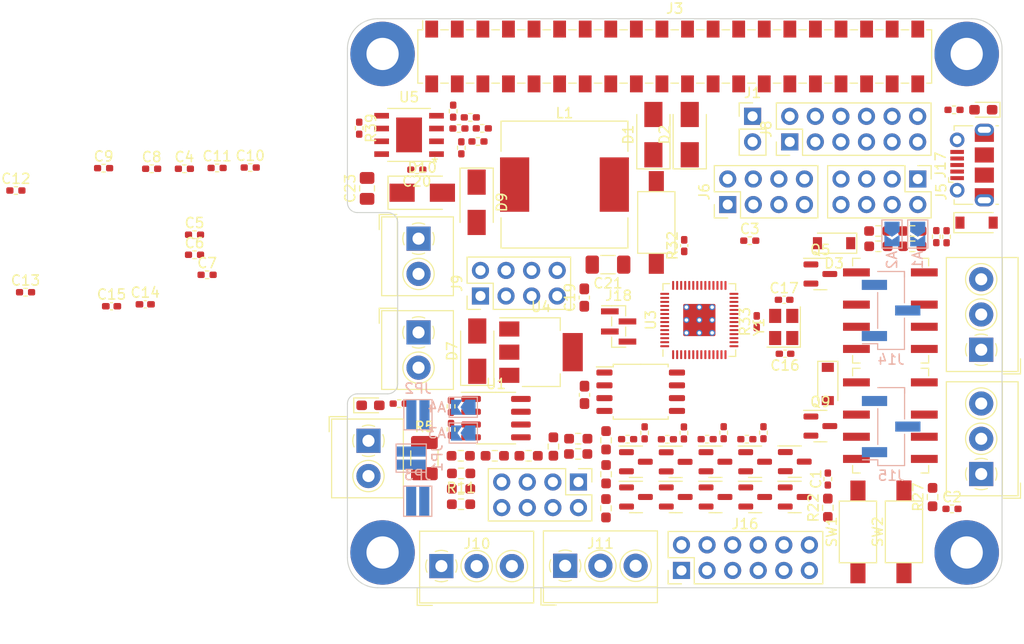
<source format=kicad_pcb>
(kicad_pcb (version 20211014) (generator pcbnew)
  (layers (0 "F.Cu" signal) (31 "B.Cu" signal) (34 "B.Paste" user) (35 "F.Paste" user) (36 "B.SilkS" user "B.Silkscreen") (37 "F.SilkS" user "F.Silkscreen") (38 "B.Mask" user) (39 "F.Mask" user) (44 "Edge.Cuts" user))
  (net 0 "")
  (net 1 "/SCL1")
  (net 2 "/SCL_SH")
  (net 3 "/SDA1")
  (net 4 "/SDA_SH")
  (net 5 "Net-(A3-Pad1)")
  (net 6 "+5V")
  (net 7 "Net-(A4-Pad1)")
  (net 8 "/BTN1")
  (net 9 "GND")
  (net 10 "/BTN2")
  (net 11 "+1V1")
  (net 12 "+3V3")
  (net 13 "/controller/XIN")
  (net 14 "Net-(C17-Pad1)")
  (net 15 "Net-(C20-Pad1)")
  (net 16 "Net-(C20-Pad2)")
  (net 17 "+5VP")
  (net 18 "Net-(C22-Pad1)")
  (net 19 "Net-(C22-Pad2)")
  (net 20 "+12V")
  (net 21 "Net-(D2-Pad2)")
  (net 22 "/RL1")
  (net 23 "/RL2")
  (net 24 "Net-(D5-Pad2)")
  (net 25 "Net-(D6-Pad2)")
  (net 26 "Net-(D7-Pad2)")
  (net 27 "Net-(D8-Pad2)")
  (net 28 "Net-(D10-Pad2)")
  (net 29 "/UART0_RX")
  (net 30 "/UART0_TX")
  (net 31 "/controller/RUN")
  (net 32 "/controller/SWCLK")
  (net 33 "/controller/SWD")
  (net 34 "/UART_P_TX")
  (net 35 "/UART_P_RX")
  (net 38 "/SH_GP23_IMU_INTR")
  (net 39 "/SH_GP24_IMU_INTR")
  (net 40 "/SH_PROG_RST")
  (net 41 "/SH_CHIP_RST")
  (net 44 "/SH_ID_SD")
  (net 45 "/SH_ID_SC")
  (net 54 "Net-(J4-Pad1)")
  (net 55 "Net-(J4-Pad2)")
  (net 56 "/MI_RX")
  (net 57 "/MO_TX")
  (net 58 "/SCK_SP")
  (net 59 "/SCL_CS")
  (net 60 "/ADC0_H")
  (net 61 "/ADC0_L")
  (net 62 "/ADC1_H")
  (net 63 "/ADC1_L")
  (net 64 "/ADC2_H")
  (net 65 "/ADC2_L")
  (net 66 "/ADC3_H")
  (net 67 "/ADC3_L")
  (net 68 "/COM_RL_T0")
  (net 69 "/NO_RL_T0")
  (net 70 "/NC_RL_T0")
  (net 71 "/COM_RL_T1")
  (net 72 "/NO_RL_T1")
  (net 73 "/NC_RL_T1")
  (net 74 "/COM_RL_P0")
  (net 75 "/NO_RL_P0")
  (net 76 "/NC_RL_P0")
  (net 77 "/COM_RL_P1")
  (net 78 "/NO_RL_P1")
  (net 79 "/NC_RL_P1")
  (net 80 "/GP1")
  (net 81 "/GP2")
  (net 82 "/GP3")
  (net 83 "/GP4")
  (net 84 "/GP5")
  (net 85 "/GP6")
  (net 86 "/controller/USB_D-")
  (net 87 "/controller/USB_D+")
  (net 89 "/CTGP1")
  (net 90 "Net-(Q1-Pad3)")
  (net 91 "/CTGP2")
  (net 92 "Net-(Q3-Pad3)")
  (net 93 "/RL1_CTL")
  (net 94 "/CTGP5")
  (net 95 "/CTGP3")
  (net 96 "Net-(Q7-Pad3)")
  (net 97 "/RL2_CTL")
  (net 98 "/CTGP6")
  (net 99 "/CTGP4")
  (net 100 "Net-(Q11-Pad3)")
  (net 101 "/ADC0")
  (net 102 "/ADC1")
  (net 103 "/ADC2")
  (net 104 "/ADC3")
  (net 105 "Net-(R30-Pad1)")
  (net 106 "Net-(R31-Pad1)")
  (net 107 "/controller/QSPI_SS")
  (net 108 "Net-(R32-Pad2)")
  (net 109 "/controller/XOUT")
  (net 110 "/controller/GPIO25_LED")
  (net 111 "Net-(R36-Pad1)")
  (net 112 "Net-(R38-Pad2)")
  (net 113 "Net-(R39-Pad2)")
  (net 114 "/controller/QSPI_SD1")
  (net 115 "/controller/QSPI_SD2")
  (net 116 "/controller/QSPI_SD0")
  (net 117 "/controller/QSPI_SCLK")
  (net 118 "/controller/QSPI_SD3")
  (net 119 "/controller/GPIO22")
  (net 120 "/controller/GPIO23_PICO_NO")
  (net 121 "/controller/GPIO24_PICO_NO")
  (net 122 "Net-(J3-Pad2)")
  (footprint "MountingHole:MountingHole_3.2mm_M3_Pad" (layer "F.Cu") (at 139.37 102.62)
    (fp_text reference "H1" hide)
    (fp_text value "RPI Mounting Hole" hide)
    (pad "1" thru_hole circle (at 0 0) (size 6.4 6.4) (drill 3.2) (layers *.Cu *.Mask))
  )
  (footprint "Capacitor_SMD:C_0603_1608Metric_Pad1.08x0.95mm_HandSolder" (layer "F.Cu") (at 159.4 126.81 90)
    (fp_text reference "C19" (at 0 -1.43 90) (layer "F.SilkS"))
    (fp_text value "10u")
    (pad "1" smd roundrect (at -0.8625 0 90) (size 1.075 0.95) (layers "F.Cu" "F.Paste" "F.Mask") (net 12 "+3V3"))
    (pad "2" smd roundrect (at 0.8625 0 90) (size 1.075 0.95) (layers "F.Cu" "F.Paste" "F.Mask") (net 9 "GND"))
  )
  (footprint "Resistor_SMD:R_0402_1005Metric_Pad0.72x0.64mm_HandSolder" (layer "F.Cu") (at 196.11 108.17)
    (fp_text reference "R34" hide)
    (fp_text value "470R" hide)
    (pad "1" smd roundrect (at -0.5975 0) (size 0.715 0.64) (layers "F.Cu" "F.Paste" "F.Mask") (net 110 "/controller/GPIO25_LED"))
    (pad "2" smd roundrect (at 0.5975 0) (size 0.715 0.64) (layers "F.Cu" "F.Paste" "F.Mask") (net 25 "Net-(D6-Pad2)"))
  )
  (footprint "Resistor_SMD:R_0603_1608Metric_Pad0.98x0.95mm_HandSolder" (layer "F.Cu") (at 147.13 142.52 180)
    (fp_text reference "R18" hide)
    (fp_text value "33K" hide)
    (pad "1" smd roundrect (at -0.9125 0 180) (size 0.975 0.95) (layers "F.Cu" "F.Paste" "F.Mask") (net 103 "/ADC2"))
    (pad "2" smd roundrect (at 0.9125 0 180) (size 0.975 0.95) (layers "F.Cu" "F.Paste" "F.Mask") (net 9 "GND"))
  )
  (footprint "Resistor_SMD:R_0603_1608Metric_Pad0.98x0.95mm_HandSolder" (layer "F.Cu") (at 153.87 142.52 180)
    (fp_text reference "R10" hide)
    (fp_text value "100K" hide)
    (pad "1" smd roundrect (at -0.9125 0 180) (size 0.975 0.95) (layers "F.Cu" "F.Paste" "F.Mask") (net 64 "/ADC2_H"))
    (pad "2" smd roundrect (at 0.9125 0 180) (size 0.975 0.95) (layers "F.Cu" "F.Paste" "F.Mask") (net 65 "/ADC2_L"))
  )
  (footprint "MountingHole:MountingHole_3.2mm_M3_Pad" (layer "F.Cu") (at 197.37 152.12)
    (fp_text reference "H3" hide)
    (fp_text value "RPI Mounting Hole" hide)
    (pad "1" thru_hole circle (at 0 0) (size 6.4 6.4) (drill 3.2) (layers *.Cu *.Mask))
  )
  (footprint "Inductor_SMD:L_0402_1005Metric_Pad0.77x0.64mm_HandSolder" (layer "F.Cu") (at 169.32 121.65 90)
    (fp_text reference "R32" (at 0 -1.17 90) (layer "F.SilkS"))
    (fp_text value "1K")
    (pad "1" smd roundrect (at -0.5725 0 90) (size 0.765 0.64) (layers "F.Cu" "F.Paste" "F.Mask") (net 107 "/controller/QSPI_SS"))
    (pad "2" smd roundrect (at 0.5725 0 90) (size 0.765 0.64) (layers "F.Cu" "F.Paste" "F.Mask") (net 108 "Net-(R32-Pad2)"))
  )
  (footprint "usb_xwitch:RP2040-QFN-56" (layer "F.Cu") (at 170.82 129.04 90)
    (fp_text reference "U3" (at 0 -4.82 90) (layer "F.SilkS"))
    (fp_text value "RP2040")
    (pad "1" smd roundrect locked (at -3.4375 -2.6 90) (size 0.875 0.2) (layers "F.Cu" "F.Paste" "F.Mask") (net 12 "+3V3"))
    (pad "2" smd roundrect locked (at -3.4375 -2.2 90) (size 0.875 0.2) (layers "F.Cu" "F.Paste" "F.Mask") (net 4 "/SDA_SH"))
    (pad "3" smd roundrect locked (at -3.4375 -1.8 90) (size 0.875 0.2) (layers "F.Cu" "F.Paste" "F.Mask") (net 2 "/SCL_SH"))
    (pad "4" smd roundrect locked (at -3.4375 -1.4 90) (size 0.875 0.2) (layers "F.Cu" "F.Paste" "F.Mask") (net 3 "/SDA1"))
    (pad "5" smd roundrect locked (at -3.4375 -1 90) (size 0.875 0.2) (layers "F.Cu" "F.Paste" "F.Mask") (net 1 "/SCL1"))
    (pad "6" smd roundrect locked (at -3.4375 -0.6 90) (size 0.875 0.2) (layers "F.Cu" "F.Paste" "F.Mask") (net 56 "/MI_RX"))
    (pad "7" smd roundrect locked (at -3.4375 -0.2 90) (size 0.875 0.2) (layers "F.Cu" "F.Paste" "F.Mask") (net 59 "/SCL_CS"))
    (pad "8" smd roundrect locked (at -3.4375 0.2 90) (size 0.875 0.2) (layers "F.Cu" "F.Paste" "F.Mask") (net 58 "/SCK_SP"))
    (pad "9" smd roundrect locked (at -3.4375 0.6 90) (size 0.875 0.2) (layers "F.Cu" "F.Paste" "F.Mask") (net 57 "/MO_TX"))
    (pad "10" smd roundrect locked (at -3.4375 1 90) (size 0.875 0.2) (layers "F.Cu" "F.Paste" "F.Mask") (net 12 "+3V3"))
    (pad "11" smd roundrect locked (at -3.4375 1.4 90) (size 0.875 0.2) (layers "F.Cu" "F.Paste" "F.Mask") (net 89 "/CTGP1"))
    (pad "12" smd roundrect locked (at -3.4375 1.8 90) (size 0.875 0.2) (layers "F.Cu" "F.Paste" "F.Mask") (net 91 "/CTGP2"))
    (pad "13" smd roundrect locked (at -3.4375 2.2 90) (size 0.875 0.2) (layers "F.Cu" "F.Paste" "F.Mask") (net 95 "/CTGP3"))
    (pad "14" smd roundrect locked (at -3.4375 2.6 90) (size 0.875 0.2) (layers "F.Cu" "F.Paste" "F.Mask") (net 99 "/CTGP4"))
    (pad "15" smd roundrect locked (at -2.6 3.4375 90) (size 0.2 0.875) (layers "F.Cu" "F.Paste" "F.Mask") (net 30 "/UART0_TX"))
    (pad "16" smd roundrect locked (at -2.2 3.4375 90) (size 0.2 0.875) (layers "F.Cu" "F.Paste" "F.Mask") (net 29 "/UART0_RX"))
    (pad "17" smd roundrect locked (at -1.8 3.4375 90) (size 0.2 0.875) (layers "F.Cu" "F.Paste" "F.Mask") (net 94 "/CTGP5"))
    (pad "18" smd roundrect locked (at -1.4 3.4375 90) (size 0.2 0.875) (layers "F.Cu" "F.Paste" "F.Mask") (net 98 "/CTGP6"))
    (pad "19" smd roundrect locked (at -1 3.4375 90) (size 0.2 0.875) (layers "F.Cu" "F.Paste" "F.Mask") (net 9 "GND"))
    (pad "20" smd roundrect locked (at -0.6 3.4375 90) (size 0.2 0.875) (layers "F.Cu" "F.Paste" "F.Mask") (net 13 "/controller/XIN"))
    (pad "21" smd roundrect locked (at -0.2 3.4375 90) (size 0.2 0.875) (layers "F.Cu" "F.Paste" "F.Mask") (net 109 "/controller/XOUT"))
    (pad "22" smd roundrect locked (at 0.2 3.4375 90) (size 0.2 0.875) (layers "F.Cu" "F.Paste" "F.Mask") (net 12 "+3V3"))
    (pad "23" smd roundrect locked (at 0.6 3.4375 90) (size 0.2 0.875) (layers "F.Cu" "F.Paste" "F.Mask") (net 11 "+1V1"))
    (pad "24" smd roundrect locked (at 1 3.4375 90) (size 0.2 0.875) (layers "F.Cu" "F.Paste" "F.Mask") (net 32 "/controller/SWCLK"))
    (pad "25" smd roundrect locked (at 1.4 3.4375 90) (size 0.2 0.875) (layers "F.Cu" "F.Paste" "F.Mask") (net 33 "/controller/SWD"))
    (pad "26" smd roundrect locked (at 1.8 3.4375 90) (size 0.2 0.875) (layers "F.Cu" "F.Paste" "F.Mask") (net 31 "/controller/RUN"))
    (pad "27" smd roundrect locked (at 2.2 3.4375 90) (size 0.2 0.875) (layers "F.Cu" "F.Paste" "F.Mask") (net 35 "/UART_P_RX"))
    (pad "28" smd roundrect locked (at 2.6 3.4375 90) (size 0.2 0.875) (layers "F.Cu" "F.Paste" "F.Mask") (net 34 "/UART_P_TX"))
    (pad "29" smd roundrect locked (at 3.4375 2.6 90) (size 0.875 0.2) (layers "F.Cu" "F.Paste" "F.Mask") (net 93 "/RL1_CTL"))
    (pad "30" smd roundrect locked (at 3.4375 2.2 90) (size 0.875 0.2) (layers "F.Cu" "F.Paste" "F.Mask") (net 97 "/RL2_CTL"))
    (pad "31" smd roundrect locked (at 3.4375 1.8 90) (size 0.875 0.2) (layers "F.Cu" "F.Paste" "F.Mask") (net 8 "/BTN1"))
    (pad "32" smd roundrect locked (at 3.4375 1.4 90) (size 0.875 0.2) (layers "F.Cu" "F.Paste" "F.Mask") (net 10 "/BTN2"))
    (pad "33" smd roundrect locked (at 3.4375 1 90) (size 0.875 0.2) (layers "F.Cu" "F.Paste" "F.Mask") (net 12 "+3V3"))
    (pad "34" smd roundrect locked (at 3.4375 0.6 90) (size 0.875 0.2) (layers "F.Cu" "F.Paste" "F.Mask") (net 119 "/controller/GPIO22"))
    (pad "35" smd roundrect locked (at 3.4375 0.2 90) (size 0.875 0.2) (layers "F.Cu" "F.Paste" "F.Mask") (net 120 "/controller/GPIO23_PICO_NO"))
    (pad "36" smd roundrect locked (at 3.4375 -0.2 90) (size 0.875 0.2) (layers "F.Cu" "F.Paste" "F.Mask") (net 121 "/controller/GPIO24_PICO_NO"))
    (pad "37" smd roundrect locked (at 3.4375 -0.6 90) (size 0.875 0.2) (layers "F.Cu" "F.Paste" "F.Mask") (net 110 "/controller/GPIO25_LED"))
    (pad "38" smd roundrect locked (at 3.4375 -1 90) (size 0.875 0.2) (layers "F.Cu" "F.Paste" "F.Mask") (net 101 "/ADC0"))
    (pad "39" smd roundrect locked (at 3.4375 -1.4 90) (size 0.875 0.2) (layers "F.Cu" "F.Paste" "F.Mask") (net 102 "/ADC1"))
    (pad "40" smd roundrect locked (at 3.4375 -1.8 90) (size 0.875 0.2) (layers "F.Cu" "F.Paste" "F.Mask") (net 103 "/ADC2"))
    (pad "41" smd roundrect locked (at 3.4375 -2.2 90) (size 0.875 0.2) (layers "F.Cu" "F.Paste" "F.Mask") (net 104 "/ADC3"))
    (pad "42" smd roundrect locked (at 3.4375 -2.6 90) (size 0.875 0.2) (layers "F.Cu" "F.Paste" "F.Mask") (net 12 "+3V3"))
    (pad "43" smd roundrect locked (at 2.6 -3.4375 90) (size 0.2 0.875) (layers "F.Cu" "F.Paste" "F.Mask") (net 12 "+3V3"))
    (pad "44" smd roundrect locked (at 2.2 -3.4375 90) (size 0.2 0.875) (layers "F.Cu" "F.Paste" "F.Mask") (net 12 "+3V3"))
    (pad "45" smd roundrect locked (at 1.8 -3.4375 90) (size 0.2 0.875) (layers "F.Cu" "F.Paste" "F.Mask") (net 11 "+1V1"))
    (pad "46" smd roundrect locked (at 1.4 -3.4375 90) (size 0.2 0.875) (layers "F.Cu" "F.Paste" "F.Mask") (net 106 "Net-(R31-Pad1)"))
    (pad "47" smd roundrect locked (at 1 -3.4375 90) (size 0.2 0.875) (layers "F.Cu" "F.Paste" "F.Mask") (net 105 "Net-(R30-Pad1)"))
    (pad "48" smd roundrect locked (at 0.6 -3.4375 90) (size 0.2 0.875) (layers "F.Cu" "F.Paste" "F.Mask") (net 12 "+3V3"))
    (pad "49" smd roundrect locked (at 0.2 -3.4375 90) (size 0.2 0.875) (layers "F.Cu" "F.Paste" "F.Mask") (net 12 "+3V3"))
    (pad "50" smd roundrect locked (at -0.2 -3.4375 90) (size 0.2 0.875) (layers "F.Cu" "F.Paste" "F.Mask") (net 11 "+1V1"))
    (pad "51" smd roundrect locked (at -0.6 -3.4375 90) (size 0.2 0.875) (layers "F.Cu" "F.Paste" "F.Mask") (net 118 "/controller/QSPI_SD3"))
    (pad "52" smd roundrect locked (at -1 -3.4375 90) (size 0.2 0.875) (layers "F.Cu" "F.Paste" "F.Mask") (net 117 "/controller/QSPI_SCLK"))
    (pad "53" smd roundrect locked (at -1.4 -3.4375 90) (size 0.2 0.875) (layers "F.Cu" "F.Paste" "F.Mask") (net 116 "/controller/QSPI_SD0"))
    (pad "54" smd roundrect locked (at -1.8 -3.4375 90) (size 0.2 0.875) (layers "F.Cu" "F.Paste" "F.Mask") (net 115 "/controller/QSPI_SD2"))
    (pad "55" smd roundrect locked (at -2.2 -3.4375 90) (size 0.2 0.875) (layers "F.Cu" "F.Paste" "F.Mask") (net 114 "/controller/QSPI_SD1"))
    (pad "56" smd roundrect locked (at -2.6 -3.4375 90) (size 0.2 0.875) (layers "F.Cu" "F.Paste" "F.Mask") (net 107 "/controller/QSPI_SS"))
    (pad "57" thru_hole circle locked (at -1.275 1.275 90) (size 0.6 0.6) (drill 0.35) (layers *.Cu) (net 9 "GND"))
    (pad "57" thru_hole circle locked (at 0 0 90) (size 0.6 0.6) (drill 0.35) (layers *.Cu) (net 9 "GND"))
    (pad "57" thru_hole circle locked (at -1.275 0 90) (size 0.6 0.6) (drill 0.35) (layers *.Cu) (net 9 "GND"))
    (pad "57" thru_hole circle locked (at 1.275 0 90) (size 0.6 0.6) (drill 0.35) (layers *.Cu) (net 9 "GND"))
    (pad "57" smd roundrect locked (at 0 0 90) (size 3.2 3.2) (layers "F.Cu" "F.Mask") (roundrect_rratio 0.045) (net 9 "GND"))
    (pad "57" thru_hole circle locked (at 0 1.275 90) (size 0.6 0.6) (drill 0.35) (layers *.Cu) (net 9 "GND"))
    (pad "57" thru_hole circle locked (at 0 -1.275 90) (size 0.6 0.6) (drill 0.35) (layers *.Cu) (net 9 "GND"))
    (pad "57" thru_hole circle locked (at -1.275 -1.275 90) (size 0.6 0.6) (drill 0.35) (layers *.Cu) (net 9 "GND"))
    (pad "57" thru_hole circle locked (at 1.275 1.275 90) (size 0.6 0.6) (drill 0.35) (layers *.Cu) (net 9 "GND"))
    (pad "57" thru_hole circle locked (at 1.275 -1.275 90) (size 0.6 0.6) (drill 0.35) (layers *.Cu) (net 9 "GND"))
  )
  (footprint "Package_TO_SOT_SMD:SOT-23" (layer "F.Cu") (at 176.37 146.61)
    (fp_text reference "Q12" hide)
    (fp_text value "2N7002P" hide)
    (pad "1" smd roundrect (at -0.9375 -0.95) (size 1.475 0.6) (layers "F.Cu" "F.Paste" "F.Mask") (net 100 "Net-(Q11-Pad3)"))
    (pad "2" smd roundrect (at -0.9375 0.95) (size 1.475 0.6) (layers "F.Cu" "F.Paste" "F.Mask") (net 9 "GND"))
    (pad "3" smd roundrect (at 0.9375 0) (size 1.475 0.6) (layers "F.Cu" "F.Paste" "F.Mask") (net 83 "/GP4"))
  )
  (footprint "Connector_USB:USB_Micro-B_Molex-105017-0001" (layer "F.Cu") (at 197.8825 113.65 90)
    (fp_text reference "J17" (at 0 -3.1125 90) (layer "F.SilkS"))
    (fp_text value "USB_B_Micro")
    (pad "1" smd rect (at -1.3 -1.4625 90) (size 0.4 1.35) (layers "F.Cu" "F.Paste" "F.Mask") (net 24 "Net-(D5-Pad2)"))
    (pad "2" smd rect (at -0.65 -1.4625 90) (size 0.4 1.35) (layers "F.Cu" "F.Paste" "F.Mask") (net 86 "/controller/USB_D-"))
    (pad "3" smd rect (at 0 -1.4625 90) (size 0.4 1.35) (layers "F.Cu" "F.Paste" "F.Mask") (net 87 "/controller/USB_D+"))
    (pad "4" smd rect (at 0.65 -1.4625 90) (size 0.4 1.35) (layers "F.Cu" "F.Paste" "F.Mask"))
    (pad "5" smd rect (at 1.3 -1.4625 90) (size 0.4 1.35) (layers "F.Cu" "F.Paste" "F.Mask") (net 9 "GND"))
    (pad "6" thru_hole circle (at 2.5 -1.4625 90) (size 1.45 1.45) (drill 0.85) (layers *.Cu *.Mask) (net 9 "GND"))
    (pad "6" thru_hole circle (at -2.5 -1.4625 90) (size 1.45 1.45) (drill 0.85) (layers *.Cu *.Mask) (net 9 "GND"))
    (pad "6" thru_hole oval (at -3.5 1.2375 270) (size 1.2 1.9) (drill oval 0.6 1.3) (layers *.Cu *.Mask) (net 9 "GND"))
    (pad "6" smd rect (at 2.9 1.2375 90) (size 1.2 1.9) (layers "F.Cu" "F.Mask") (net 9 "GND"))
    (pad "6" smd rect (at -1 1.2375 90) (size 1.5 1.9) (layers "F.Cu" "F.Paste" "F.Mask") (net 9 "GND"))
    (pad "6" thru_hole oval (at 3.5 1.2375 90) (size 1.2 1.9) (drill oval 0.6 1.3) (layers *.Cu *.Mask) (net 9 "GND"))
    (pad "6" smd rect (at 1 1.2375 90) (size 1.5 1.9) (layers "F.Cu" "F.Paste" "F.Mask") (net 9 "GND"))
    (pad "6" smd rect (at -2.9 1.2375 90) (size 1.2 1.9) (layers "F.Cu" "F.Mask") (net 9 "GND"))
  )
  (footprint "Diode_SMD:D_SMA" (layer "F.Cu") (at 148.71 117.35 -90)
    (fp_text reference "D9" (at 0 -2.5 90) (layer "F.SilkS"))
    (fp_text value "SS34")
    (pad "1" smd rect (at -2 0 270) (size 2.5 1.8) (layers "F.Cu" "F.Paste" "F.Mask") (net 15 "Net-(C20-Pad1)"))
    (pad "2" smd rect (at 2 0 270) (size 2.5 1.8) (layers "F.Cu" "F.Paste" "F.Mask") (net 9 "GND"))
  )
  (footprint "Capacitor_SMD:C_1206_3216Metric_Pad1.33x1.80mm_HandSolder" (layer "F.Cu") (at 161.75 123.54 180)
    (fp_text reference "C21" (at 0 -1.85) (layer "F.SilkS"))
    (fp_text value "22u")
    (pad "1" smd roundrect (at -1.5625 0 180) (size 1.325 1.8) (layers "F.Cu" "F.Paste" "F.Mask") (roundrect_rratio 0.188679) (net 17 "+5VP"))
    (pad "2" smd roundrect (at 1.5625 0 180) (size 1.325 1.8) (layers "F.Cu" "F.Paste" "F.Mask") (roundrect_rratio 0.188679) (net 9 "GND"))
  )
  (footprint "Diode_SMD:D_SMA" (layer "F.Cu") (at 169.87 110.63 90)
    (fp_text reference "D2" (at 0 -2.5 90) (layer "F.SilkS"))
    (fp_text value "SS34")
    (pad "1" smd rect (at -2 0 90) (size 2.5 1.8) (layers "F.Cu" "F.Paste" "F.Mask") (net 6 "+5V"))
    (pad "2" smd rect (at 2 0 90) (size 2.5 1.8) (layers "F.Cu" "F.Paste" "F.Mask") (net 21 "Net-(D2-Pad2)"))
  )
  (footprint "Capacitor_SMD:C_0603_1608Metric_Pad1.08x0.95mm_HandSolder" (layer "F.Cu") (at 159.42 136.47 -90)
    (fp_text reference "C18" hide)
    (fp_text value "10u" hide)
    (pad "1" smd roundrect (at -0.8625 0 270) (size 1.075 0.95) (layers "F.Cu" "F.Paste" "F.Mask") (net 6 "+5V"))
    (pad "2" smd roundrect (at 0.8625 0 270) (size 1.075 0.95) (layers "F.Cu" "F.Paste" "F.Mask") (net 9 "GND"))
  )
  (footprint "Resistor_SMD:R_0402_1005Metric_Pad0.72x0.64mm_HandSolder" (layer "F.Cu") (at 137.05 109.99 -90)
    (fp_text reference "R39" (at 0 -1.17 90) (layer "F.SilkS"))
    (fp_text value "100K")
    (pad "1" smd roundrect (at -0.5975 0 270) (size 0.715 0.64) (layers "F.Cu" "F.Paste" "F.Mask") (net 9 "GND"))
    (pad "2" smd roundrect (at 0.5975 0 270) (size 0.715 0.64) (layers "F.Cu" "F.Paste" "F.Mask") (net 113 "Net-(R39-Pad2)"))
  )
  (footprint "Connector_PinHeader_2.54mm:PinHeader_2x04_P2.54mm_Vertical" (layer "F.Cu") (at 192.51 115.035 -90)
    (fp_text reference "J5" (at 1.27 -2.33 90) (layer "F.SilkS"))
    (fp_text value "2.54mm")
    (pad "1" thru_hole rect (at 0 0 270) (size 1.7 1.7) (drill 1) (layers *.Cu *.Mask) (net 2 "/SCL_SH"))
    (pad "2" thru_hole oval (at 2.54 0 270) (size 1.7 1.7) (drill 1) (layers *.Cu *.Mask) (net 1 "/SCL1"))
    (pad "3" thru_hole oval (at 0 2.54 270) (size 1.7 1.7) (drill 1) (layers *.Cu *.Mask) (net 4 "/SDA_SH"))
    (pad "4" thru_hole oval (at 2.54 2.54 270) (size 1.7 1.7) (drill 1) (layers *.Cu *.Mask) (net 3 "/SDA1"))
    (pad "5" thru_hole oval (at 0 5.08 270) (size 1.7 1.7) (drill 1) (layers *.Cu *.Mask) (net 9 "GND"))
    (pad "6" thru_hole oval (at 2.54 5.08 270) (size 1.7 1.7) (drill 1) (layers *.Cu *.Mask) (net 9 "GND"))
    (pad "7" thru_hole oval (at 0 7.62 270) (size 1.7 1.7) (drill 1) (layers *.Cu *.Mask) (net 12 "+3V3"))
    (pad "8" thru_hole oval (at 2.54 7.62 270) (size 1.7 1.7) (drill 1) (layers *.Cu *.Mask) (net 12 "+3V3"))
  )
  (footprint "Resistor_SMD:R_0603_1608Metric_Pad0.98x0.95mm_HandSolder" (layer "F.Cu") (at 161.56 144.35 -90)
    (fp_text reference "R12" hide)
    (fp_text value "100K" hide)
    (pad "1" smd roundrect (at -0.9125 0 270) (size 0.975 0.95) (layers "F.Cu" "F.Paste" "F.Mask") (net 61 "/ADC0_L"))
    (pad "2" smd roundrect (at 0.9125 0 270) (size 0.975 0.95) (layers "F.Cu" "F.Paste" "F.Mask") (net 101 "/ADC0"))
  )
  (footprint "Connector_PinHeader_1.00mm:PinHeader_1x04_P1.00mm_Vertical_SMD_Pin1Left" (layer "F.Cu") (at 162.81 129.68)
    (fp_text reference "J18" (at 0 -3.06) (layer "F.SilkS"))
    (fp_text value "DNF")
    (pad "1" smd rect (at -0.875 -1.5) (size 1.75 0.6) (layers "F.Cu" "F.Paste" "F.Mask") (net 31 "/controller/RUN"))
    (pad "2" smd rect (at 0.875 -0.5) (size 1.75 0.6) (layers "F.Cu" "F.Paste" "F.Mask") (net 33 "/controller/SWD"))
    (pad "3" smd rect (at -0.875 0.5) (size 1.75 0.6) (layers "F.Cu" "F.Paste" "F.Mask") (net 32 "/controller/SWCLK"))
    (pad "4" smd rect (at 0.875 1.5) (size 1.75 0.6) (layers "F.Cu" "F.Paste" "F.Mask") (net 9 "GND"))
  )
  (footprint "Package_TO_SOT_SMD:SOT-23" (layer "F.Cu") (at 176.36 143.11)
    (fp_text reference "Q11" hide)
    (fp_text value "2N7002P" hide)
    (pad "1" smd roundrect (at -0.9375 -0.95) (size 1.475 0.6) (layers "F.Cu" "F.Paste" "F.Mask") (net 12 "+3V3"))
    (pad "2" smd roundrect (at -0.9375 0.95) (size 1.475 0.6) (layers "F.Cu" "F.Paste" "F.Mask") (net 99 "/CTGP4"))
    (pad "3" smd roundrect (at 0.9375 0) (size 1.475 0.6) (layers "F.Cu" "F.Paste" "F.Mask") (net 100 "Net-(Q11-Pad3)"))
  )
  (footprint "Diode_SMD:D_SMA" (layer "F.Cu") (at 166.26 110.63 90)
    (fp_text reference "D1" (at 0 -2.5 90) (layer "F.SilkS"))
    (fp_text value "SS34")
    (pad "1" smd rect (at -2 0 90) (size 2.5 1.8) (layers "F.Cu" "F.Paste" "F.Mask") (net 12 "+3V3"))
    (pad "2" smd rect (at 2 0 90) (size 2.5 1.8) (layers "F.Cu" "F.Paste" "F.Mask") (net 122 "Net-(J3-Pad2)"))
  )
  (footprint "Inductor_SMD:L_12x12mm_H6mm" (layer "F.Cu") (at 157.43 115.59)
    (fp_text reference "L1" (at 0 -7.1) (layer "F.SilkS"))
    (fp_text value "15u")
    (pad "1" smd rect (at -4.95 0) (size 2.9 5.4) (layers "F.Cu" "F.Paste" "F.Mask") (net 15 "Net-(C20-Pad1)"))
    (pad "2" smd rect (at 4.95 0) (size 2.9 5.4) (layers "F.Cu" "F.Paste" "F.Mask") (net 17 "+5VP"))
  )
  (footprint "Resistor_SMD:R_0603_1608Metric_Pad0.98x0.95mm_HandSolder" (layer "F.Cu") (at 158.8 140.82)
    (fp_text reference "R17" hide)
    (fp_text value "33K" hide)
    (pad "1" smd roundrect (at -0.9125 0) (size 0.975 0.95) (layers "F.Cu" "F.Paste" "F.Mask") (net 102 "/ADC1"))
    (pad "2" smd roundrect (at 0.9125 0) (size 0.975 0.95) (layers "F.Cu" "F.Paste" "F.Mask") (net 9 "GND"))
  )
  (footprint "Capacitor_SMD:C_0402_1005Metric_Pad0.74x0.62mm_HandSolder" (layer "F.Cu") (at 179.24 127.03)
    (fp_text reference "C17" (at 0 -1.16) (layer "F.SilkS"))
    (fp_text value "30pF")
    (pad "1" smd roundrect (at -0.5675 0) (size 0.735 0.62) (layers "F.Cu" "F.Paste" "F.Mask") (net 14 "Net-(C17-Pad1)"))
    (pad "2" smd roundrect (at 0.5675 0) (size 0.735 0.62) (layers "F.Cu" "F.Paste" "F.Mask") (net 9 "GND"))
  )
  (footprint "Resistor_SMD:R_0603_1608Metric_Pad0.98x0.95mm_HandSolder" (layer "F.Cu") (at 147.16 145.8)
    (fp_text reference "R15" hide)
    (fp_text value "100K" hide)
    (pad "1" smd roundrect (at -0.9125 0) (size 0.975 0.95) (layers "F.Cu" "F.Paste" "F.Mask") (net 67 "/ADC3_L"))
    (pad "2" smd roundrect (at 0.9125 0) (size 0.975 0.95) (layers "F.Cu" "F.Paste" "F.Mask") (net 104 "/ADC3"))
  )
  (footprint "Resistor_SMD:R_0402_1005Metric_Pad0.72x0.64mm_HandSolder" (layer "F.Cu") (at 183.58 144.83 90)
    (fp_text reference "C1" (at 0 -1.17 90) (layer "F.SilkS"))
    (fp_text value "100n")
    (pad "1" smd roundrect (at -0.5975 0 90) (size 0.715 0.64) (layers "F.Cu" "F.Paste" "F.Mask") (net 8 "/BTN1"))
    (pad "2" smd roundrect (at 0.5975 0 90) (size 0.715 0.64) (layers "F.Cu" "F.Paste" "F.Mask") (net 9 "GND"))
  )
  (footprint "usb_xwitch:SW_SPST_CK_PTS636_SP43_SMTR" (layer "F.Cu") (at 186.57 150.08 90)
    (fp_text reference "SW1" (at 0 -2.6 90) (layer "F.SilkS"))
    (fp_text value "C2689642")
    (pad "1" smd rect (at -4.1 0 90) (size 2 1.5) (layers "F.Cu" "F.Paste" "F.Mask") (net 9 "GND"))
    (pad "2" smd rect (at 4.1 0 90) (size 2 1.5) (layers "F.Cu" "F.Paste" "F.Mask") (net 8 "/BTN1"))
  )
  (footprint "Resistor_SMD:R_0603_1608Metric_Pad0.98x0.95mm_HandSolder" (layer "F.Cu") (at 191.97 120.2 180)
    (fp_text reference "R1" hide)
    (fp_text value "10K" hide)
    (pad "1" smd roundrect (at -0.9125 0 180) (size 0.975 0.95) (layers "F.Cu" "F.Paste" "F.Mask") (net 12 "+3V3"))
    (pad "2" smd roundrect (at 0.9125 0 180) (size 0.975 0.95) (layers "F.Cu" "F.Paste" "F.Mask") (net 3 "/SDA1"))
  )
  (footprint "Connector_PinHeader_2.54mm:PinHeader_2x04_P2.54mm_Vertical" (layer "F.Cu") (at 173.64 117.575 90)
    (fp_text reference "J6" (at 1.27 -2.33 90) (layer "F.SilkS"))
    (fp_text value "2.54mm")
    (pad "1" thru_hole rect (at 0 0 90) (size 1.7 1.7) (drill 1) (layers *.Cu *.Mask) (net 56 "/MI_RX"))
    (pad "2" thru_hole oval (at 2.54 0 90) (size 1.7 1.7) (drill 1) (layers *.Cu *.Mask) (net 57 "/MO_TX"))
    (pad "3" thru_hole oval (at 0 2.54 90) (size 1.7 1.7) (drill 1) (layers *.Cu *.Mask) (net 58 "/SCK_SP"))
    (pad "4" thru_hole oval (at 2.54 2.54 90) (size 1.7 1.7) (drill 1) (layers *.Cu *.Mask) (net 59 "/SCL_CS"))
    (pad "5" thru_hole oval (at 0 5.08 90) (size 1.7 1.7) (drill 1) (layers *.Cu *.Mask) (net 9 "GND"))
    (pad "6" thru_hole oval (at 2.54 5.08 90) (size 1.7 1.7) (drill 1) (layers *.Cu *.Mask) (net 9 "GND"))
    (pad "7" thru_hole oval (at 0 7.62 90) (size 1.7 1.7) (drill 1) (layers *.Cu *.Mask) (net 12 "+3V3"))
    (pad "8" thru_hole oval (at 2.54 7.62 90) (size 1.7 1.7) (drill 1) (layers *.Cu *.Mask) (net 12 "+3V3"))
  )
  (footprint "Resistor_SMD:R_0402_1005Metric_Pad0.72x0.64mm_HandSolder" (layer "F.Cu") (at 142.77 114.11 180)
    (fp_text reference "C20" (at 0 -1.17) (layer "F.SilkS"))
    (fp_text value "100n")
    (pad "1" smd roundrect (at -0.5975 0 180) (size 0.715 0.64) (layers "F.Cu" "F.Paste" "F.Mask") (net 15 "Net-(C20-Pad1)"))
    (pad "2" smd roundrect (at 0.5975 0 180) (size 0.715 0.64) (layers "F.Cu" "F.Paste" "F.Mask") (net 16 "Net-(C20-Pad2)"))
  )
  (footprint "Resistor_SMD:R_0402_1005Metric_Pad0.72x0.64mm_HandSolder" (layer "F.Cu") (at 121.9475 124.55)
    (fp_text reference "C7" (at 0 -1.17) (layer "F.SilkS"))
    (fp_text value "100n")
    (pad "1" smd roundrect (at -0.5975 0) (size 0.715 0.64) (layers "F.Cu" "F.Paste" "F.Mask") (net 12 "+3V3"))
    (pad "2" smd roundrect (at 0.5975 0) (size 0.715 0.64) (layers "F.Cu" "F.Paste" "F.Mask") (net 9 "GND"))
  )
  (footprint "Package_TO_SOT_SMD:SOT-23" (layer "F.Cu") (at 172.42 143.11)
    (fp_text reference "Q7" hide)
    (fp_text value "2N7002P" hide)
    (pad "1" smd roundrect (at -0.9375 -0.95) (size 1.475 0.6) (layers "F.Cu" "F.Paste" "F.Mask") (net 12 "+3V3"))
    (pad "2" smd roundrect (at -0.9375 0.95) (size 1.475 0.6) (layers "F.Cu" "F.Paste" "F.Mask") (net 95 "/CTGP3"))
    (pad "3" smd roundrect (at 0.9375 0) (size 1.475 0.6) (layers "F.Cu" "F.Paste" "F.Mask") (net 96 "Net-(Q7-Pad3)"))
  )
  (footprint "Crystal:Crystal_SMD_3225-4Pin_3.2x2.5mm" (layer "F.Cu") (at 179.2 129.73 90)
    (fp_text reference "Y1" (at 0 -2.45 90) (layer "F.SilkS"))
    (fp_text value "12MHz")
    (pad "1" smd rect (at -1.1 0.85 90) (size 1.4 1.2) (layers "F.Cu" "F.Paste" "F.Mask") (net 13 "/controller/XIN"))
    (pad "2" smd rect (at 1.1 0.85 90) (size 1.4 1.2) (layers "F.Cu" "F.Paste" "F.Mask") (net 9 "GND"))
    (pad "3" smd rect (at 1.1 -0.85 90) (size 1.4 1.2) (layers "F.Cu" "F.Paste" "F.Mask") (net 14 "Net-(C17-Pad1)"))
    (pad "4" smd rect (at -1.1 -0.85 90) (size 1.4 1.2) (layers "F.Cu" "F.Paste" "F.Mask") (net 9 "GND"))
  )
  (footprint "Diode_SMD:D_SOD-123" (layer "F.Cu") (at 198.35 119.37)
    (fp_text reference "D5" hide)
    (fp_text value "B5819W SL" hide)
    (pad "1" smd rect (at -1.65 0) (size 0.9 1.2) (layers "F.Cu" "F.Paste" "F.Mask") (net 6 "+5V"))
    (pad "2" smd rect (at 1.65 0) (size 0.9 1.2) (layers "F.Cu" "F.Paste" "F.Mask") (net 24 "Net-(D5-Pad2)"))
  )
  (footprint "Resistor_SMD:R_0603_1608Metric_Pad0.98x0.95mm_HandSolder" (layer "F.Cu") (at 158.79 142.34)
    (fp_text reference "R13" hide)
    (fp_text value "100K" hide)
    (pad "1" smd roundrect (at -0.9125 0) (size 0.975 0.95) (layers "F.Cu" "F.Paste" "F.Mask") (net 63 "/ADC1_L"))
    (pad "2" smd roundrect (at 0.9125 0) (size 0.975 0.95) (layers "F.Cu" "F.Paste" "F.Mask") (net 102 "/ADC1"))
  )
  (footprint "Resistor_SMD:R_0402_1005Metric_Pad0.72x0.64mm_HandSolder" (layer "F.Cu") (at 169.29 140.25 90)
    (fp_text reference "R24" hide)
    (fp_text value "10k" hide)
    (pad "1" smd roundrect (at -0.5975 0 90) (size 0.715 0.64) (layers "F.Cu" "F.Paste" "F.Mask") (net 92 "Net-(Q3-Pad3)"))
    (pad "2" smd roundrect (at 0.5975 0 90) (size 0.715 0.64) (layers "F.Cu" "F.Paste" "F.Mask") (net 6 "+5V"))
  )
  (footprint "Resistor_SMD:R_0402_1005Metric_Pad0.72x0.64mm_HandSolder" (layer "F.Cu") (at 141.02 137.34 180)
    (fp_text reference "R35" hide)
    (fp_text value "510" hide)
    (pad "1" smd roundrect (at -0.5975 0 180) (size 0.715 0.64) (layers "F.Cu" "F.Paste" "F.Mask") (net 6 "+5V"))
    (pad "2" smd roundrect (at 0.5975 0 180) (size 0.715 0.64) (layers "F.Cu" "F.Paste" "F.Mask") (net 27 "Net-(D8-Pad2)"))
  )
  (footprint "Resistor_SMD:R_0402_1005Metric_Pad0.72x0.64mm_HandSolder" (layer "F.Cu") (at 120.6975 120.57)
    (fp_text reference "C5" (at 0 -1.17) (layer "F.SilkS"))
    (fp_text value "100n")
    (pad "1" smd roundrect (at -0.5975 0) (size 0.715 0.64) (layers "F.Cu" "F.Paste" "F.Mask") (net 12 "+3V3"))
    (pad "2" smd roundrect (at 0.5975 0) (size 0.715 0.64) (layers "F.Cu" "F.Paste" "F.Mask") (net 9 "GND"))
  )
  (footprint "Capacitor_SMD:C_0402_1005Metric_Pad0.74x0.62mm_HandSolder" (layer "F.Cu") (at 179.33 132.39 180)
    (fp_text reference "C16" (at 0 -1.16) (layer "F.SilkS"))
    (fp_text value "30pF")
    (pad "1" smd roundrect (at -0.5675 0 180) (size 0.735 0.62) (layers "F.Cu" "F.Paste" "F.Mask") (net 13 "/controller/XIN"))
    (pad "2" smd roundrect (at 0.5675 0 180) (size 0.735 0.62) (layers "F.Cu" "F.Paste" "F.Mask") (net 9 "GND"))
  )
  (footprint "Inductor_SMD:L_0402_1005Metric_Pad0.77x0.64mm_HandSolder" (layer "F.Cu") (at 176.52 129.2 90)
    (fp_text reference "R33" (at 0 -1.17 90) (layer "F.SilkS"))
    (fp_text value "1K")
    (pad "1" smd roundrect (at -0.5725 0 90) (size 0.765 0.64) (layers "F.Cu" "F.Paste" "F.Mask") (net 109 "/controller/XOUT"))
    (pad "2" smd roundrect (at 0.5725 0 90) (size 0.765 0.64) (layers "F.Cu" "F.Paste" "F.Mask") (net 14 "Net-(C17-Pad1)"))
  )
  (footprint "Resistor_SMD:R_0402_1005Metric_Pad0.72x0.64mm_HandSolder" (layer "F.Cu") (at 146.17 139.9 90)
    (fp_text reference "R7" hide)
    (fp_text value "10k" hide)
    (pad "1" smd roundrect (at -0.5975 0 90) (size 0.715 0.64) (layers "F.Cu" "F.Paste" "F.Mask") (net 9 "GND"))
    (pad "2" smd roundrect (at 0.5975 0 90) (size 0.715 0.64) (layers "F.Cu" "F.Paste" "F.Mask") (net 5 "Net-(A3-Pad1)"))
  )
  (footprint "Resistor_SMD:R_0402_1005Metric_Pad0.72x0.64mm_HandSolder" (layer "F.Cu") (at 175.54 140.87)
    (fp_text reference "R28" hide)
    (fp_text value "10k" hide)
    (pad "1" smd roundrect (at -0.5975 0) (size 0.715 0.64) (layers "F.Cu" "F.Paste" "F.Mask") (net 99 "/CTGP4"))
    (pad "2" smd roundrect (at 0.5975 0) (size 0.715 0.64) (layers "F.Cu" "F.Paste" "F.Mask") (net 12 "+3V3"))
  )
  (footprint "Resistor_SMD:R_0603_1608Metric_Pad0.98x0.95mm_HandSolder" (layer "F.Cu") (at 193.98 146.62 90)
    (fp_text reference "R27" (at 0 -1.43 90) (layer "F.SilkS"))
    (fp_text value "10K")
    (pad "1" smd roundrect (at -0.9125 0 90) (size 0.975 0.95) (layers "F.Cu" "F.Paste" "F.Mask") (net 12 "+3V3"))
    (pad "2" smd roundrect (at 0.9125 0 90) (size 0.975 0.95) (layers "F.Cu" "F.Paste" "F.Mask") (net 10 "/BTN2"))
  )
  (footprint "TerminalBlock_4Ucon:TerminalBlock_4Ucon_1x02_P3.50mm_Horizontal" (layer "F.Cu") (at 137.97 141.03 -90)
    (fp_text reference "J4" hide)
    (fp_text value "Screw_Terminal_3.5mm" hide)
    (pad "1" thru_hole rect (at 0 0 270) (size 2.4 2.4) (drill 1.2) (layers *.Cu *.Mask) (net 54 "Net-(J4-Pad1)"))
    (pad "2" thru_hole circle (at 3.5 0 270) (size 2.4 2.4) (drill 1.2) (layers *.Cu *.Mask) (net 55 "Net-(J4-Pad2)"))
  )
  (footprint "Resistor_SMD:R_0402_1005Metric_Pad0.72x0.64mm_HandSolder" (layer "F.Cu") (at 126.2275 113.9)
    (fp_text reference "C10" (at 0 -1.17) (layer "F.SilkS"))
    (fp_text value "100n")
    (pad "1" smd roundrect (at -0.5975 0) (size 0.715 0.64) (layers "F.Cu" "F.Paste" "F.Mask") (net 12 "+3V3"))
    (pad "2" smd roundrect (at 0.5975 0) (size 0.715 0.64) (layers "F.Cu" "F.Paste" "F.Mask") (net 9 "GND"))
  )
  (footprint "Package_TO_SOT_SMD:SOT-23" (layer "F.Cu") (at 172.43 146.61)
    (fp_text reference "Q8" hide)
    (fp_text value "2N7002P" hide)
    (pad "1" smd roundrect (at -0.9375 -0.95) (size 1.475 0.6) (layers "F.Cu" "F.Paste" "F.Mask") (net 96 "Net-(Q7-Pad3)"))
    (pad "2" smd roundrect (at -0.9375 0.95) (size 1.475 0.6) (layers "F.Cu" "F.Paste" "F.Mask") (net 9 "GND"))
    (pad "3" smd roundrect (at 0.9375 0) (size 1.475 0.6) (layers "F.Cu" "F.Paste" "F.Mask") (net 82 "/GP3"))
  )
  (footprint "Inductor_SMD:L_0402_1005Metric_Pad0.77x0.64mm_HandSolder" (layer "F.Cu") (at 115.8025 127.48)
    (fp_text reference "C14" (at 0 -1.17) (layer "F.SilkS"))
    (fp_text value "2.2u")
    (pad "1" smd roundrect (at -0.5725 0) (size 0.765 0.64) (layers "F.Cu" "F.Paste" "F.Mask") (net 12 "+3V3"))
    (pad "2" smd roundrect (at 0.5725 0) (size 0.765 0.64) (layers "F.Cu" "F.Paste" "F.Mask") (net 9 "GND"))
  )
  (footprint "Resistor_SMD:R_0402_1005Metric_Pad0.72x0.64mm_HandSolder" (layer "F.Cu") (at 171.6 140.87)
    (fp_text reference "R25" hide)
    (fp_text value "10k" hide)
    (pad "1" smd roundrect (at -0.5975 0) (size 0.715 0.64) (layers "F.Cu" "F.Paste" "F.Mask") (net 95 "/CTGP3"))
    (pad "2" smd roundrect (at 0.5975 0) (size 0.715 0.64) (layers "F.Cu" "F.Paste" "F.Mask") (net 12 "+3V3"))
  )
  (footprint "Resistor_SMD:R_0402_1005Metric_Pad0.72x0.64mm_HandSolder" (layer "F.Cu") (at 163.7 140.87)
    (fp_text reference "R20" hide)
    (fp_text value "10k" hide)
    (pad "1" smd roundrect (at -0.5975 0) (size 0.715 0.64) (layers "F.Cu" "F.Paste" "F.Mask") (net 89 "/CTGP1"))
    (pad "2" smd roundrect (at 0.5975 0) (size 0.715 0.64) (layers "F.Cu" "F.Paste" "F.Mask") (net 12 "+3V3"))
  )
  (footprint "Resistor_SMD:R_0603_1608Metric_Pad0.98x0.95mm_HandSolder" (layer "F.Cu") (at 161.55 147.73 -90)
    (fp_text reference "R16" hide)
    (fp_text value "33K" hide)
    (pad "1" smd roundrect (at -0.9125 0 270) (size 0.975 0.95) (layers "F.Cu" "F.Paste" "F.Mask") (net 101 "/ADC0"))
    (pad "2" smd roundrect (at 0.9125 0 270) (size 0.975 0.95) (layers "F.Cu" "F.Paste" "F.Mask") (net 9 "GND"))
  )
  (footprint "Package_TO_SOT_SMD:SOT-23" (layer "F.Cu") (at 182.84 124.47)
    (fp_text reference "Q5" (at 0 -2.4) (layer "F.SilkS"))
    (fp_text value "2N7002P")
    (pad "1" smd roundrect (at -0.9375 -0.95) (size 1.475 0.6) (layers "F.Cu" "F.Paste" "F.Mask") (net 93 "/RL1_CTL"))
    (pad "2" smd roundrect (at -0.9375 0.95) (size 1.475 0.6) (layers "F.Cu" "F.Paste" "F.Mask") (net 9 "GND"))
    (pad "3" smd roundrect (at 0.9375 0) (size 1.475 0.6) (layers "F.Cu" "F.Paste" "F.Mask") (net 22 "/RL1"))
  )
  (footprint "Package_SO:SOIC-8_3.9x4.9mm_P1.27mm" (layer "F.Cu") (at 150.63 138.78)
    (fp_text reference "U1" (at 0 -3.4) (layer "F.SilkS"))
    (fp_text value "INA219AxD")
    (pad "1" smd roundrect (at -2.475 -1.905) (size 1.95 0.6) (layers "F.Cu" "F.Paste" "F.Mask") (net 7 "Net-(A4-Pad1)"))
    (pad "2" smd roundrect (at -2.475 -0.635) (size 1.95 0.6) (layers "F.Cu" "F.Paste" "F.Mask") (net 5 "Net-(A3-Pad1)"))
    (pad "3" smd roundrect (at -2.475 0.635) (size 1.95 0.6) (layers "F.Cu" "F.Paste" "F.Mask") (net 3 "/SDA1"))
    (pad "4" smd roundrect (at -2.475 1.905) (size 1.95 0.6) (layers "F.Cu" "F.Paste" "F.Mask") (net 1 "/SCL1"))
    (pad "5" smd roundrect (at 2.475 1.905) (size 1.95 0.6) (layers "F.Cu" "F.Paste" "F.Mask") (net 6 "+5V"))
    (pad "6" smd roundrect (at 2.475 0.635) (size 1.95 0.6) (layers "F.Cu" "F.Paste" "F.Mask") (net 9 "GND"))
    (pad "7" smd roundrect (at 2.475 -0.635) (size 1.95 0.6) (layers "F.Cu" "F.Paste" "F.Mask") (net 55 "Net-(J4-Pad2)"))
    (pad "8" smd roundrect (at 2.475 -1.905) (size 1.95 0.6) (layers "F.Cu" "F.Paste" "F.Mask") (net 54 "Net-(J4-Pad1)"))
  )
  (footprint "Connector_PinHeader_2.54mm:PinHeader_2x04_P2.54mm_Vertical" (layer "F.Cu") (at 149.09 126.655 90)
    (fp_text reference "J9" (at 1.27 -2.33 90) (layer "F.SilkS"))
    (fp_text value "2.54mm")
    (pad "1" thru_hole rect (at 0 0 90) (size 1.7 1.7) (drill 1) (layers *.Cu *.Mask) (net 20 "+12V"))
    (pad "2" thru_hole oval (at 2.54 0 90) (size 1.7 1.7) (drill 1) (layers *.Cu *.Mask) (net 20 "+12V"))
    (pad "3" thru_hole oval (at 0 2.54 90) (size 1.7 1.7) (drill 1) (layers *.Cu *.Mask) (net 6 "+5V"))
    (pad "4" thru_hole oval (at 2.54 2.54 90) (size 1.7 1.7) (drill 1) (layers *.Cu *.Mask) (net 6 "+5V"))
    (pad "5" thru_hole oval (at 0 5.08 90) (size 1.7 1.7) (drill 1) (layers *.Cu *.Mask) (net 12 "+3V3"))
    (pad "6" thru_hole oval (at 2.54 5.08 90) (size 1.7 1.7) (drill 1) (layers *.Cu *.Mask) (net 12 "+3V3"))
    (pad "7" thru_hole oval (at 0 7.62 90) (size 1.7 1.7) (drill 1) (layers *.Cu *.Mask) (net 9 "GND"))
    (pad "8" thru_hole oval (at 2.54 7.62 90) (size 1.7 1.7) (drill 1) (layers *.Cu *.Mask) (net 9 "GND"))
  )
  (footprint "Resistor_SMD:R_0402_1005Metric_Pad0.72x0.64mm_HandSolder" (layer "F.Cu") (at 120.6975 122.56)
    (fp_text reference "C6" (at 0 -1.17) (layer "F.SilkS"))
    (fp_text value "100n")
    (pad "1" smd roundrect (at -0.5975 0) (size 0.715 0.64) (layers "F.Cu" "F.Paste" "F.Mask") (net 12 "+3V3"))
    (pad "2" smd roundrect (at 0.5975 0) (size 0.715 0.64) (layers "F.Cu" "F.Paste" "F.Mask") (net 9 "GND"))
  )
  (footprint "TerminalBlock_4Ucon:TerminalBlock_4Ucon_1x03_P3.50mm_Horizontal" (layer "F.Cu") (at 198.81 131.99 90)
    (fp_text reference "J12" hide)
    (fp_text value "3.5mm" hide)
    (pad "1" thru_hole rect (at 0 0 90) (size 2.4 2.4) (drill 1.2) (layers *.Cu *.Mask) (net 68 "/COM_RL_T0"))
    (pad "2" thru_hole circle (at 3.5 0 90) (size 2.4 2.4) (drill 1.2) (layers *.Cu *.Mask) (net 69 "/NO_RL_T0"))
    (pad "3" thru_hole circle (at 7 0 90) (size 2.4 2.4) (drill 1.2) (layers *.Cu *.Mask) (net 70 "/NC_RL_T0"))
  )
  (footprint "TerminalBlock_4Ucon:TerminalBlock_4Ucon_1x03_P3.50mm_Horizontal" (layer "F.Cu") (at 157.5 153.44)
    (fp_text reference "J11" (at 3.51 -2.21) (layer "F.SilkS"))
    (fp_text value "3.5mm")
    (pad "1" thru_hole rect (at 0 0) (size 2.4 2.4) (drill 1.2) (layers *.Cu *.Mask) (net 62 "/ADC1_H"))
    (pad "2" thru_hole circle (at 3.5 0) (size 2.4 2.4) (drill 1.2) (layers *.Cu *.Mask) (net 63 "/ADC1_L"))
    (pad "3" thru_hole circle (at 7 0) (size 2.4 2.4) (drill 1.2) (layers *.Cu *.Mask) (net 9 "GND"))
  )
  (footprint "Resistor_SMD:R_0402_1005Metric_Pad0.72x0.64mm_HandSolder" (layer "F.Cu") (at 148.84 111.31)
    (fp_text reference "R37" hide)
    (fp_text value "24.9k" hide)
    (pad "1" smd roundrect (at -0.5975 0) (size 0.715 0.64) (layers "F.Cu" "F.Paste" "F.Mask") (net 111 "Net-(R36-Pad1)"))
    (pad "2" smd roundrect (at 0.5975 0) (size 0.715 0.64) (layers "F.Cu" "F.Paste" "F.Mask") (net 9 "GND"))
  )
  (footprint "Resistor_SMD:R_0603_1608Metric_Pad0.98x0.95mm_HandSolder" (layer "F.Cu") (at 147.16 147.33 180)
    (fp_text reference "R19" hide)
    (fp_text value "33K" hide)
    (pad "1" smd roundrect (at -0.9125 0 180) (size 0.975 0.95) (layers "F.Cu" "F.Paste" "F.Mask") (net 104 "/ADC3"))
    (pad "2" smd roundrect (at 0.9125 0 180) (size 0.975 0.95) (layers "F.Cu" "F.Paste" "F.Mask") (net 9 "GND"))
  )
  (footprint "Diode_SMD:D_SMA" (layer "F.Cu") (at 143.31 116.4)
    (fp_text reference "D10" (at 0 -2.5) (layer "F.SilkS"))
    (fp_text value "SS34")
    (pad "1" smd rect (at -2 0) (size 2.5 1.8) (layers "F.Cu" "F.Paste" "F.Mask") (net 20 "+12V"))
    (pad "2" smd rect (at 2 0) (size 2.5 1.8) (layers "F.Cu" "F.Paste" "F.Mask") (net 28 "Net-(D10-Pad2)"))
  )
  (footprint "Resistor_SMD:R_0402_1005Metric_Pad0.72x0.64mm_HandSolder" (layer "F.Cu") (at 175.83 121.16)
    (fp_text reference "C3" (at 0 -1.17) (layer "F.SilkS"))
    (fp_text value "100n")
    (pad "1" smd roundrect (at -0.5975 0) (size 0.715 0.64) (layers "F.Cu" "F.Paste" "F.Mask") (net 11 "+1V1"))
    (pad "2" smd roundrect (at 0.5975 0) (size 0.715 0.64) (layers "F.Cu" "F.Paste" "F.Mask") (net 9 "GND"))
  )
  (footprint "Package_TO_SOT_SMD:SOT-223-3_TabPin2" (layer "F.Cu") (at 155.1 132.23)
    (fp_text reference "U4" (at 0 -4.5) (layer "F.SilkS"))
    (fp_text value "NCP1117LPST33T3G")
    (pad "1" smd rect (at -3.15 -2.3) (size 2 1.5) (layers "F.Cu" "F.Paste" "F.Mask") (net 9 "GND"))
    (pad "2" smd rect (at -3.15 0) (size 2 1.5) (layers "F.Cu" "F.Paste" "F.Mask") (net 12 "+3V3"))
    (pad "2" smd rect (at 3.15 0) (size 2 3.8) (layers "F.Cu" "F.Paste" "F.Mask") (net 12 "+3V3"))
    (pad "3" smd rect (at -3.15 2.3) (size 2 1.5) (layers "F.Cu" "F.Paste" "F.Mask") (net 6 "+5V"))
  )
  (footprint "Package_TO_SOT_SMD:SOT-23" (layer "F.Cu") (at 180.29 146.61)
    (fp_text reference "Q10" hide)
    (fp_text value "2N7002P" hide)
    (pad "1" smd roundrect (at -0.9375 -0.95) (size 1.475 0.6) (layers "F.Cu" "F.Paste" "F.Mask") (net 98 "/CTGP6"))
    (pad "2" smd roundrect (at -0.9375 0.95) (size 1.475 0.6) (layers "F.Cu" "F.Paste" "F.Mask") (net 9 "GND"))
    (pad "3" smd roundrect (at 0.9375 0) (size 1.475 0.6) (layers "F.Cu" "F.Paste" "F.Mask") (net 85 "/GP6"))
  )
  (footprint "Resistor_SMD:R_0603_1608Metric_Pad0.98x0.95mm_HandSolder" (layer "F.Cu") (at 188.6 121.72)
    (fp_text reference "R2" hide)
    (fp_text value "10K" hide)
    (pad "1" smd roundrect (at -0.9125 0) (size 0.975 0.95) (layers "F.Cu" "F.Paste" "F.Mask") (net 12 "+3V3"))
    (pad "2" smd roundrect (at 0.9125 0) (size 0.975 0.95) (layers "F.Cu" "F.Paste" "F.Mask") (net 1 "/SCL1"))
  )
  (footprint "Resistor_SMD:R_0402_1005Metric_Pad0.72x0.64mm_HandSolder" (layer "F.Cu") (at 147.19 111.94 -90)
    (fp_text reference "R36" hide)
    (fp_text value "100K" hide)
    (pad "1" smd roundrect (at -0.5975 0 270) (size 0.715 0.64) (layers "F.Cu" "F.Paste" "F.Mask") (net 111 "Net-(R36-Pad1)"))
    (pad "2" smd roundrect (at 0.5975 0 270) (size 0.715 0.64) (layers "F.Cu" "F.Paste" "F.Mask") (net 20 "+12V"))
  )
  (footprint "Connector_PinHeader_2.54mm:PinHeader_2x06_P2.54mm_Vertical" (layer "F.Cu") (at 169.05 153.905 90)
    (fp_text reference "J16" (at 4.615 6.32) (layer "F.SilkS"))
    (fp_text value "Conn_02x06_Odd_Even")
    (pad "1" thru_hole rect (at 0 0 90) (size 1.7 1.7) (drill 1) (layers *.Cu *.Mask) (net 80 "/GP1"))
    (pad "2" thru_hole oval (at 2.54 0 90) (size 1.7 1.7) (drill 1) (layers *.Cu *.Mask) (net 6 "+5V"))
    (pad "3" thru_hole oval (at 0 2.54 90) (size 1.7 1.7) (drill 1) (layers *.Cu *.Mask) (net 81 "/GP2"))
    (pad "4" thru_hole oval (at 2.54 2.54 90) (size 1.7 1.7) (drill 1) (layers *.Cu *.Mask) (net 6 "+5V"))
    (pad "5" thru_hole oval (at 0 5.08 90) (size 1.7 1.7) (drill 1) (layers *.Cu *.Mask) (net 82 "/GP3"))
    (pad "6" thru_hole oval (at 2.54 5.08 90) (size 1.7 1.7) (drill 1) (layers *.Cu *.Mask) (net 6 "+5V"))
    (pad "7" thru_hole oval (at 0 7.62 90) (size 1.7 1.7) (drill 1) (layers *.Cu *.Mask) (net 83 "/GP4"))
    (pad "8" thru_hole oval (at 2.54 7.62 90) (size 1.7 1.7) (drill 1) (layers *.Cu *.Mask) (net 6 "+5V"))
    (pad "9" thru_hole oval (at 0 10.16 90) (size 1.7 1.7) (drill 1) (layers *.Cu *.Mask) (net 84 "/GP5"))
    (pad "10" thru_hole oval (at 2.54 10.16 90) (size 1.7 1.7) (drill 1) (layers *.Cu *.Mask) (net 6 "+5V"))
    (pad "11" thru_hole oval (at 0 12.7 90) (size 1.7 1.7) (drill 1) (layers *.Cu *.Mask) (net 85 "/GP6"))
    (pad "12" thru_hole oval (at 2.54 12.7 90) (size 1.7 1.7) (drill 1) (layers *.Cu *.Mask) (net 6 "+5V"))
  )
  (footprint "Resistor_SMD:R_0402_1005Metric_Pad0.72x0.64mm_HandSolder" (layer "F.Cu") (at 177.19 140.23 90)
    (fp_text reference "R29" hide)
    (fp_text value "10k" hide)
    (pad "1" smd roundrect (at -0.5975 0 90) (size 0.715 0.64) (layers "F.Cu" "F.Paste" "F.Mask") (net 100 "Net-(Q11-Pad3)"))
    (pad "2" smd roundrect (at 0.5975 0 90) (size 0.715 0.64) (layers "F.Cu" "F.Paste" "F.Mask") (net 6 "+5V"))
  )
  (footprint "Resistor_SMD:R_1210_3225Metric_Pad1.30x2.65mm_HandSolder" (layer "F.Cu") (at 143.52 142.75 -90)
    (fp_text reference "R5" (at -3.1 0) (layer "F.SilkS"))
    (fp_text value "0.01")
    (pad "1" smd roundrect (at -1.55 0 270) (size 1.3 2.65) (layers "F.Cu" "F.Paste" "F.Mask") (roundrect_rratio 0.192308) (net 54 "Net-(J4-Pad1)"))
    (pad "2" smd roundrect (at 1.55 0 270) (size 1.3 2.65) (layers "F.Cu" "F.Paste" "F.Mask") (roundrect_rratio 0.192308) (net 55 "Net-(J4-Pad2)"))
  )
  (footprint "Resistor_SMD:R_0402_1005Metric_Pad0.72x0.64mm_HandSolder" (layer "F.Cu") (at 116.44 114.02)
    (fp_text reference "C8" (at 0 -1.17) (layer "F.SilkS"))
    (fp_text value "100n")
    (pad "1" smd roundrect (at -0.5975 0) (size 0.715 0.64) (layers "F.Cu" "F.Paste" "F.Mask") (net 12 "+3V3"))
    (pad "2" smd roundrect (at 0.5975 0) (size 0.715 0.64) (layers "F.Cu" "F.Paste" "F.Mask") (net 9 "GND"))
  )
  (footprint "Resistor_SMD:R_0402_1005Metric_Pad0.72x0.64mm_HandSolder" (layer "F.Cu") (at 194.35 120.76 90)
    (fp_text reference "R30" hide)
    (fp_text value "27.4R" hide)
    (pad "1" smd roundrect (at -0.5975 0 90) (size 0.715 0.64) (layers "F.Cu" "F.Paste" "F.Mask") (net 105 "Net-(R30-Pad1)"))
    (pad "2" smd roundrect (at 0.5975 0 90) (size 0.715 0.64) (layers "F.Cu" "F.Paste" "F.Mask") (net 87 "/controller/USB_D+"))
  )
  (footprint "Package_TO_SOT_SMD:SOT-23" (layer "F.Cu") (at 168.48 146.61)
    (fp_text reference "Q4" hide)
    (fp_text value "IRLML6244" hide)
    (pad "1" smd roundrect (at -0.9375 -0.95) (size 1.475 0.6) (layers "F.Cu" "F.Paste" "F.Mask") (net 92 "Net-(Q3-Pad3)"))
    (pad "2" smd roundrect (at -0.9375 0.95) (size 1.475 0.6) (layers "F.Cu" "F.Paste" "F.Mask") (net 9 "GND"))
    (pad "3" smd roundrect (at 0.9375 0) (size 1.475 0.6) (layers "F.Cu" "F.Paste" "F.Mask") (net 81 "/GP2"))
  )
  (footprint "Package_TO_SOT_SMD:SOT-23" (layer "F.Cu") (at 182.84 139.57)
    (fp_text reference "Q9" (at 0 -2.4) (layer "F.SilkS"))
    (fp_text value "2N7002P")
    (pad "1" smd roundrect (at -0.9375 -0.95) (size 1.475 0.6) (layers "F.Cu" "F.Paste" "F.Mask") (net 97 "/RL2_CTL"))
    (pad "2" smd roundrect (at -0.9375 0.95) (size 1.475 0.6) (layers "F.Cu" "F.Paste" "F.Mask") (net 9 "GND"))
    (pad "3" smd roundrect (at 0.9375 0) (size 1.475 0.6) (layers "F.Cu" "F.Paste" "F.Mask") (net 23 "/RL2"))
  )
  (footprint "Resistor_SMD:R_0603_1608Metric_Pad0.98x0.95mm_HandSolder" (layer "F.Cu") (at 191.97 121.72)
    (fp_text reference "R4" hide)
    (fp_text value "100K" hide)
    (pad "1" smd roundrect (at -0.9125 0) (size 0.975 0.95) (layers "F.Cu" "F.Paste" "F.Mask") (net 1 "/SCL1"))
    (pad "2" smd roundrect (at 0.9125 0) (size 0.975 0.95) (layers "F.Cu" "F.Paste" "F.Mask") (net 9 "GND"))
  )
  (footprint "Resistor_SMD:R_0603_1608Metric_Pad0.98x0.95mm_HandSolder" (layer "F.Cu") (at 188.59 120.2 180)
    (fp_text reference "R3" hide)
    (fp_text value "100K" hide)
    (pad "1" smd roundrect (at -0.9125 0 180) (size 0.975 0.95) (layers "F.Cu" "F.Paste" "F.Mask") (net 3 "/SDA1"))
    (pad "2" smd roundrect (at 0.9125 0 180) (size 0.975 0.95) (layers "F.Cu" "F.Paste" "F.Mask") (net 9 "GND"))
  )
  (footprint "Resistor_SMD:R_0402_1005Metric_Pad0.72x0.64mm_HandSolder" (layer "F.Cu") (at 122.94 113.94)
    (fp_text reference "C11" (at 0 -1.17) (layer "F.SilkS"))
    (fp_text value "100n")
    (pad "1" smd roundrect (at -0.5975 0) (size 0.715 0.64) (layers "F.Cu" "F.Paste" "F.Mask") (net 12 "+3V3"))
    (pad "2" smd roundrect (at 0.5975 0) (size 0.715 0.64) (layers "F.Cu" "F.Paste" "F.Mask") (net 9 "GND"))
  )
  (footprint "Resistor_SMD:R_0603_1608Metric_Pad0.98x0.95mm_HandSolder" (layer "F.Cu") (at 156.33 141.6 90)
    (fp_text reference "R9" hide)
    (fp_text value "100K" hide)
    (pad "1" smd roundrect (at -0.9125 0 90) (size 0.975 0.95) (layers "F.Cu" "F.Paste" "F.Mask") (net 62 "/ADC1_H"))
    (pad "2" smd roundrect (at 0.9125 0 90) (size 0.975 0.95) (layers "F.Cu" "F.Paste" "F.Mask") (net 63 "/ADC1_L"))
  )
  (footprint "Connector_PinHeader_2.54mm:PinHeader_2x04_P2.54mm_Vertical" (layer "F.Cu") (at 158.82 145.125 -90)
    (fp_text reference "J7" hide)
    (fp_text value "2.54mm" hide)
    (pad "1" thru_hole rect (at 0 0 270) (size 1.7 1.7) (drill 1) (layers *.Cu *.Mask) (net 60 "/ADC0_H"))
    (pad "2" thru_hole oval (at 2.54 0 270) (size 1.7 1.7) (drill 1) (layers *.Cu *.Mask) (net 61 "/ADC0_L"))
    (pad "3" thru_hole oval (at 0 2.54 270) (size 1.7 1.7) (drill 1) (layers *.Cu *.Mask) (net 62 "/ADC1_H"))
    (pad "4" thru_hole oval (at 2.54 2.54 270) (size 1.7 1.7) (drill 1) (layers *.Cu *.Mask) (net 63 "/ADC1_L"))
    (pad "5" thru_hole oval (at 0 5.08 270) (size 1.7 1.7) (drill 1) (layers *.Cu *.Mask) (net 64 "/ADC2_H"))
    (pad "6" thru_hole oval (at 2.54 5.08 270) (size 1.7 1.7) (drill 1) (layers *.Cu *.Mask) (net 65 "/ADC2_L"))
    (pad "7" thru_hole oval (at 0 7.62 270) (size 1.7 1.7) (drill 1) (layers *.Cu *.Mask) (net 66 "/ADC3_H"))
    (pad "8" thru_hole oval (at 2.54 7.62 270) (size 1.7 1.7) (drill 1) (layers *.Cu *.Mask) (net 67 "/ADC3_L"))
  )
  (footprint "TerminalBlock_4Ucon:TerminalBlock_4Ucon_1x02_P3.50mm_Horizontal" (layer "F.Cu") (at 142.94 120.96 -90)
    (fp_text reference "J20" hide)
    (fp_text value "Screw_Terminal_3.5mm" hide)
    (pad "1" thru_hole rect (at 0 0 270) (size 2.4 2.4) (drill 1.2) (layers *.Cu *.Mask) (net 28 "Net-(D10-Pad2)"))
    (pad "2" thru_hole circle (at 3.5 0 270) (size 2.4 2.4) (drill 1.2) (layers *.Cu *.Mask) (net 9 "GND"))
  )
  (footprint "Capacitor_SMD:C_0805_2012Metric_Pad1.18x1.45mm_HandSolder" (layer "F.Cu") (at 137.83 115.97 90)
    (fp_text reference "C23" (at 0 -1.68 90) (layer "F.SilkS"))
    (fp_text value "10u")
    (pad "1" smd roundrect (at -1.0375 0 90) (size 1.175 1.45) (layers "F.Cu" "F.Paste" "F.Mask") (roundrect_rratio 0.212766) (net 20 "+12V"))
    (pad "2" smd roundrect (at 1.0375 0 90) (size 1.175 1.45) (layers "F.Cu" "F.Paste" "F.Mask") (roundrect_rratio 0.212766) (net 9 "GND"))
  )
  (footprint "Diode_SMD:D_0603_1608Metric_Pad1.05x0.95mm_HandSolder" (layer "F.Cu") (at 138.17 137.51)
    (fp_text reference "D8" hide)
    (fp_text value "19-217/GHC-YR1S2/3T" hide)
    (pad "1" smd roundrect (at -0.875 0) (size 1.05 0.95) (layers "F.Cu" "F.Paste" "F.Mask") (net 9 "GND"))
    (pad "2" smd roundrect (at 0.875 0) (size 1.05 0.95) (layers "F.Cu" "F.Paste" "F.Mask") (net 27 "Net-(D8-Pad2)"))
  )
  (footprint "usb_xwitch:SW_SPST_CK_PTS636_SP43_SMTR" (layer "F.Cu") (at 191.14 150.07 90)
    (fp_text reference "SW2" (at 0 -2.6 90) (layer "F.SilkS"))
    (fp_text value "C2689642")
    (pad "1" smd rect (at -4.1 0 90) (size 2 1.5) (layers "F.Cu" "F.Paste" "F.Mask") (net 9 "GND"))
    (pad "2" smd rect (at 4.1 0 90) (size 2 1.5) (layers "F.Cu" "F.Paste" "F.Mask") (net 10 "/BTN2"))
  )
  (footprint "MountingHole:MountingHole_3.2mm_M3_Pad" (layer "F.Cu") (at 197.37 102.62)
    (fp_text reference "H2" hide)
    (fp_text value "RPI Mounting Hole" hide)
    (pad "1" thru_hole circle (at 0 0) (size 6.4 6.4) (drill 3.2) (layers *.Cu *.Mask))
  )
  (footprint "TerminalBlock_4Ucon:TerminalBlock_4Ucon_1x03_P3.50mm_Horizontal" (layer "F.Cu") (at 145.21 153.47)
    (fp_text reference "J10" (at 3.54 -2.22) (layer "F.SilkS"))
    (fp_text value "3.5mm")
    (pad "1" thru_hole rect (at 0 0) (size 2.4 2.4) (drill 1.2) (layers *.Cu *.Mask) (net 60 "/ADC0_H"))
    (pad "2" thru_hole circle (at 3.5 0) (size 2.4 2.4) (drill 1.2) (layers *.Cu *.Mask) (net 61 "/ADC0_L"))
    (pad "3" thru_hole circle (at 7 0) (size 2.4 2.4) (drill 1.2) (layers *.Cu *.Mask) (net 9 "GND"))
  )
  (footprint "Diode_SMD:D_SMA" (layer "F.Cu") (at 148.77 132.13 90)
    (fp_text reference "D7" (at 0 -2.5 90) (layer "F.SilkS"))
    (fp_text value "SS34")
    (pad "1" smd rect (at -2 0 90) (size 2.5 1.8) (layers "F.Cu" "F.Paste" "F.Mask") (net 17 "+5VP"))
    (pad "2" smd rect (at 2 0 90) (size 2.5 1.8) (layers "F.Cu" "F.Paste" "F.Mask") (net 26 "Net-(D7-Pad2)"))
  )
  (footprint "Resistor_SMD:R_0402_1005Metric_Pad0.72x0.64mm_HandSolder" (layer "F.Cu") (at 167.65 140.88)
    (fp_text reference "R23" hide)
    (fp_text value "10k" hide)
    (pad "1" smd roundrect (at -0.5975 0) (size 0.715 0.64) (layers "F.Cu" "F.Paste" "F.Mask") (net 91 "/CTGP2"))
    (pad "2" smd roundrect (at 0.5975 0) (size 0.715 0.64) (layers "F.Cu" "F.Paste" "F.Mask") (net 12 "+3V3"))
  )
  (footprint "usb_xwitch:Relay_DPDT_Panasonic_AGQ200A4H" (layer "F.Cu") (at 189.79 128.11)
    (fp_text reference "K1" hide)
    (fp_text value "Relay_DPDT_Panasonic_AGQ200A4H" hide)
    (pad "1" smd rect (at -3.37 -3.8) (size 2.66 0.8) (layers "F.Cu" "F.Paste" "F.Mask") (net 6 "+5V"))
    (pad "2" smd rect (at -3.37 -0.6) (size 2.66 0.8) (layers "F.Cu" "F.Paste" "F.Mask") (net 76 "/NC_RL_P0"))
    (pad "3" smd rect (at -3.37 1.6) (size 2.66 0.8) (layers "F.Cu" "F.Paste" "F.Mask") (net 74 "/COM_RL_P0"))
    (pad "4" smd rect (at -3.37 3.8) (size 2.66 0.8) (layers "F.Cu" "F.Paste" "F.Mask") (net 75 "/NO_RL_P0"))
    (pad "5" smd rect (at 3.37 3.8) (size 2.66 0.8) (layers "F.Cu" "F.Paste" "F.Mask") (net 69 "/NO_RL_T0"))
    (pad "6" smd rect (at 3.37 1.6) (size 2.66 0.8) (layers "F.Cu" "F.Paste" "F.Mask") (net 68 "/COM_RL_T0"))
    (pad "7" smd rect (at 3.37 -0.6) (size 2.66 0.8) (layers "F.Cu" "F.Paste" "F.Mask") (net 70 "/NC_RL_T0"))
    (pad "8" smd rect (at 3.37 -3.8) (size 2.66 0.8) (layers "F.Cu" "F.Paste" "F.Mask") (net 22 "/RL1"))
  )
  (footprint "Resistor_SMD:R_0603_1608Metric_Pad0.98x0.95mm_HandSolder" (layer "F.Cu") (at 161.56 140.98 -90)
    (fp_text reference "R8" hide)
    (fp_text value "100K" hide)
    (pad "1" smd roundrect (at -0.9125 0 270) (size 0.975 0.95) (layers "F.Cu" "F.Paste" "F.Mask") (net 60 "/ADC0_H"))
    (pad "2" smd roundrect (at 0.9125 0 270) (size 0.975 0.95) (layers "F.Cu" "F.Paste" "F.Mask") (net 61 "/ADC0_L"))
  )
  (footprint "Resistor_SMD:R_0603_1608Metric_Pad0.98x0.95mm_HandSolder" (layer "F.Cu") (at 150.51 142.52 180)
    (fp_text reference "R14" hide)
    (fp_text value "100K" hide)
    (pad "1" smd roundrect (at -0.9125 0 180) (size 0.975 0.95) (layers "F.Cu" "F.Paste" "F.Mask") (net 65 "/ADC2_L"))
    (pad "2" smd roundrect (at 0.9125 0 180) (size 0.975 0.95) (layers "F.Cu" "F.Paste" "F.Mask") (net 103 "/ADC2"))
  )
  (footprint "TerminalBlock_4Ucon:TerminalBlock_4Ucon_1x02_P3.50mm_Horizontal" (layer "F.Cu") (at 142.94 130.27 -90)
    (fp_text reference "J19" hide)
    (fp_text value "Screw_Terminal_3.5mm" hide)
    (pad "1" thru_hole rect (at 0 0 270) (size 2.4 2.4) (drill 1.2) (layers *.Cu *.Mask) (net 26 "Net-(D7-Pad2)"))
    (pad "2" thru_hole circle (at 3.5 0 270) (size 2.4 2.4) (drill 1.2) (layers *.Cu *.Mask) (net 9 "GND"))
  )
  (footprint "Resistor_SMD:R_0402_1005Metric_Pad0.72x0.64mm_HandSolder" (layer "F.Cu") (at 146.17 137.61 -90)
    (fp_text reference "R6" hide)
    (fp_text value "10k" hide)
    (pad "1" smd roundrect (at -0.5975 0 270) (size 0.715 0.64) (layers "F.Cu" "F.Paste" "F.Mask") (net 9 "GND"))
    (pad "2" smd roundrect (at 0.5975 0 270) (size 0.715 0.64) (layers "F.Cu" "F.Paste" "F.Mask") (net 7 "Net-(A4-Pad1)"))
  )
  (footprint "Resistor_SMD:R_0603_1608Metric_Pad0.98x0.95mm_HandSolder" (layer "F.Cu") (at 183.58 147.68 90)
    (fp_text reference "R22" (at 0 -1.43 90) (layer "F.SilkS"))
    (fp_text value "10K")
    (pad "1" smd roundrect (at -0.9125 0 90) (size 0.975 0.95) (layers "F.Cu" "F.Paste" "F.Mask") (net 12 "+3V3"))
    (pad "2" smd roundrect (at 0.9125 0 90) (size 0.975 0.95) (layers "F.Cu" "F.Paste" "F.Mask") (net 8 "/BTN1"))
  )
  (footprint "usb_xwitch:SW_SPST_CK_PTS636_SP43_SMTR" (layer "F.Cu") (at 166.55 119.35 90)
    (fp_text reference "SW3" hide)
    (fp_text value "C2689642" hide)
    (pad "1" smd rect (at -4.1 0 90) (size 2 1.5) (layers "F.Cu" "F.Paste" "F.Mask") (net 9 "GND"))
    (pad "2" smd rect (at 4.1 0 90) (size 2 1.5) (layers "F.Cu" "F.Paste" "F.Mask") (net 108 "Net-(R32-Pad2)"))
  )
  (footprint "Resistor_SMD:R_0402_1005Metric_Pad0.72x0.64mm_HandSolder" (layer "F.Cu") (at 148.08 108.92)
    (fp_text reference "R40" hide)
    (fp_text value "40.2K" hide)
    (pad "1" smd roundrect (at -0.5975 0) (size 0.715 0.64) (layers "F.Cu" "F.Paste" "F.Mask") (net 112 "Net-(R38-Pad2)"))
    (pad "2" smd roundrect (at 0.5975 0) (size 0.715 0.64) (layers "F.Cu" "F.Paste" "F.Mask") (net 9 "GND"))
  )
  (footprint "Diode_SMD:D_0603_1608Metric_Pad1.05x0.95mm_HandSolder" (layer "F.Cu") (at 199.0175 108.16 180)
    (fp_text reference "D6" hide)
    (fp_text value "19-217/GHC-YR1S2/3T" hide)
    (pad "1" smd roundrect (at -0.875 0 180) (size 1.05 0.95) (layers "F.Cu" "F.Paste" "F.Mask") (net 9 "GND"))
    (pad "2" smd roundrect (at 0.875 0 180) (size 1.05 0.95) (layers "F.Cu" "F.Paste" "F.Mask") (net 25 "Net-(D6-Pad2)"))
  )
  (footprint "Package_SO:SOIC-8_5.23x5.23mm_P1.27mm" (layer "F.Cu") (at 165 136.16)
    (fp_text reference "U2" hide)
    (fp_text value "W25Q64JVSSIQ" hide)
    (pad "1" smd roundrect (at -3.6 -1.905) (size 1.6 0.6) (layers "F.Cu" "F.Paste" "F.Mask") (net 107 "/controller/QSPI_SS"))
    (pad "2" smd roundrect (at -3.6 -0.635) (size 1.6 0.6) (layers "F.Cu" "F.Paste" "F.Mask") (net 114 "/controller/QSPI_SD1"))
    (pad "3" smd roundrect (at -3.6 0.635) (size 1.6 0.6) (layers "F.Cu" "F.Paste" "F.Mask") (net 115 "/controller/QSPI_SD2"))
    (pad "4" smd roundrect (at -3.6 1.905) (size 1.6 0.6) (layers "F.Cu" "F.Paste" "F.Mask") (net 9 "GND"))
    (pad "5" smd roundrect (at 3.6 1.905) (size 1.6 0.6) (layers "F.Cu" "F.Paste" "F.Mask") (net 116 "/controller/QSPI_SD0"))
    (pad "6" smd roundrect (at 3.6 0.635) (size 1.6 0.6) (layers "F.Cu" "F.Paste" "F.Mask") (net 117 "/controller/QSPI_SCLK"))
    (pad "7" smd roundrect (at 3.6 -0.635) (size 1.6 0.6) (layers "F.Cu" "F.Paste" "F.Mask") (net 118 "/controller/QSPI_SD3"))
    (pad "8" smd roundrect (at 3.6 -1.905) (size 1.6 0.6) (layers "F.Cu" "F.Paste" "F.Mask") (net 12 "+3V3"))
  )
  (footprint "Resistor_SMD:R_0402_1005Metric_Pad0.72x0.64mm_HandSolder" (layer "F.Cu") (at 195.37 120.77 90)
    (fp_text reference "R31" hide)
    (fp_text value "27.4R" hide)
    (pad "1" smd roundrect (at -0.5975 0 90) (size 0.715 0.64) (layers "F.Cu" "F.Paste" "F.Mask") (net 106 "Net-(R31-Pad1)"))
    (pad "2" smd roundrect (at 0.5975 0 90) (size 0.715 0.64) (layers "F.Cu" "F.Paste" "F.Mask") (net 86 "/controller/USB_D-"))
  )
  (footprint "Connector_Samtec_HLE_SMD:Samtec_HLE-120-02-xxx-DV-BE_2x20_P2.54mm_Horizontal" (layer "F.Cu") (at 168.37868 102.87132)
    (fp_text reference "J3" (at 0 -4.76) (layer "F.SilkS"))
    (fp_text value "Conn_02x20_Odd_Even")
    (pad "" np_thru_hole circle (at -1.27 -1.27) (size 0.97 0.97) (drill 0.97) (layers *.Cu *.Mask))
    (pad "" np_thru_hole circle (at -6.35 1.27) (size 0.97 0.97) (drill 0.97) (layers *.Cu *.Mask))
    (pad "" np_thru_hole circle (at 13.97 1.27) (size 0.97 0.97) (drill 0.97) (layers *.Cu *.Mask))
    (pad "" np_thru_hole circle (at 24.13 -1.27) (size 0.97 0.97) (drill 0.97) (layers *.Cu *.Mask))
    (pad "" np_thru_hole circle (at 1.27 -1.27) (size 0.97 0.97) (drill 0.97) (layers *.Cu *.Mask))
    (pad "" np_thru_hole circle (at -11.43 -1.27) (size 0.97 0.97) (drill 0.97) (layers *.Cu *.Mask))
    (pad "" np_thru_hole circle (at 21.59 1.27) (size 0.97 0.97) (drill 0.97) (layers *.Cu *.Mask))
    (pad "" np_thru_hole circle (at 8.89 1.27) (size 0.97 0.97) (drill 0.97) (layers *.Cu *.Mask))
    (pad "" np_thru_hole circle (at 3.81 -1.27) (size 0.97 0.97) (drill 0.97) (layers *.Cu *.Mask))
    (pad "" np_thru_hole circle (at -24.13 -1.27) (size 0.97 0.97) (drill 0.97) (layers *.Cu *.Mask))
    (pad "" np_thru_hole circle (at -8.89 1.27) (size 0.97 0.97) (drill 0.97) (layers *.Cu *.Mask))
    (pad "" np_thru_hole circle (at -16.51 1.27) (size 0.97 0.97) (drill 0.97) (layers *.Cu *.Mask))
    (pad "" np_thru_hole circle (at -1.27 1.27) (size 0.97 0.97) (drill 0.97) (layers *.Cu *.Mask))
    (pad "" np_thru_hole circle (at -24.13 1.27) (size 0.97 0.97) (drill 0.97) (layers *.Cu *.Mask))
    (pad "" np_thru_hole circle (at 13.97 -1.27) (size 0.97 0.97) (drill 0.97) (layers *.Cu *.Mask))
    (pad "" np_thru_hole circle (at -3.81 1.27) (size 0.97 0.97) (drill 0.97) (layers *.Cu *.Mask))
    (pad "" np_thru_hole circle (at 24.13 1.27) (size 0.97 0.97) (drill 0.97) (layers *.Cu *.Mask))
    (pad "" np_thru_hole circle (at -16.51 -1.27) (size 0.97 0.97) (drill 0.97) (layers *.Cu *.Mask))
    (pad "" np_thru_hole circle (at 11.43 1.27) (size 0.97 0.97) (drill 0.97) (layers *.Cu *.Mask))
    (pad "" np_thru_hole circle (at 6.35 -1.27) (size 0.97 0.97) (drill 0.97) (layers *.Cu *.Mask))
    (pad "" np_thru_hole circle (at -13.97 1.27) (size 0.97 0.97) (drill 0.97) (layers *.Cu *.Mask))
    (pad "" np_thru_hole circle (at 19.05 -1.27) (size 0.97 0.97) (drill 0.97) (layers *.Cu *.Mask))
    (pad "" np_thru_hole circle (at 11.43 -1.27) (size 0.97 0.97) (drill 0.97) (layers *.Cu *.Mask))
    (pad "" np_thru_hole circle (at -19.05 1.27) (size 0.97 0.97) (drill 0.97) (layers *.Cu *.Mask))
    (pad "" np_thru_hole circle (at -21.59 1.27) (size 0.97 0.97) (drill 0.97) (layers *.Cu *.Mask))
    (pad "" np_thru_hole circle (at -21.59 -1.27) (size 0.97 0.97) (drill 0.97) (layers *.Cu *.Mask))
    (pad "" np_thru_hole circle (at 16.51 1.27) (size 0.97 0.97) (drill 0.97) (layers *.Cu *.Mask))
    (pad "" np_thru_hole circle (at 1.27 1.27) (size 0.97 0.97) (drill 0.97) (layers *.Cu *.Mask))
    (pad "" np_thru_hole circle (at 8.89 -1.27) (size 0.97 0.97) (drill 0.97) (layers *.Cu *.Mask))
    (pad "" np_thru_hole circle (at -19.05 -1.27) (size 0.97 0.97) (drill 0.97) (layers *.Cu *.Mask))
    (pad "" np_thru_hole circle (at 16.51 -1.27) (size 0.97 0.97) (drill 0.97) (layers *.Cu *.Mask))
    (pad "" np_thru_hole circle (at -3.81 -1.27) (size 0.97 0.97) (drill 0.97) (layers *.Cu *.Mask))
    (pad "" np_thru_hole circle (at 3.81 1.27) (size 0.97 0.97) (drill 0.97) (layers *.Cu *.Mask))
    (pad "" np_thru_hole circle (at -6.35 -1.27) (size 0.97 0.97) (drill 0.97) (layers *.Cu *.Mask))
    (pad "" np_thru_hole circle (at 6.35 1.27) (size 0.97 0.97) (drill 0.97) (layers *.Cu *.Mask))
    (pad "" np_thru_hole circle (at -13.97 -1.27) (size 0.97 0.97) (drill 0.97) (layers *.Cu *.Mask))
    (pad "" np_thru_hole circle (at -11.43 1.27) (size 0.97 0.97) (drill 0.97) (layers *.Cu *.Mask))
    (pad "" np_thru_hole circle (at -8.89 -1.27) (size 0.97 0.97) (drill 0.97) (layers *.Cu *.Mask))
    (pad "" np_thru_hole circle (at 21.59 -1.27) (size 0.97 0.97) (drill 0.97) (layers *.Cu *.Mask))
    (pad "" np_thru_hole circle (at 19.05 1.27) (size 0.97 0.97) (drill 0.97) (layers *.Cu *.Mask))
    (pad "1" smd rect (at -24.13 -2.72) (size 1.27 1.68) (layers "F.Cu" "F.Paste" "F.Mask") (net 21 "Net-(D2-Pad2)"))
    (pad "2" smd rect (at -24.13 2.72) (size 1.27 1.68) (layers "F.Cu" "F.Paste" "F.Mask") (net 122 "Net-(J3-Pad2)"))
    (pad "3" smd rect (at -21.59 -2.72) (size 1.27 1.68) (layers "F.Cu" "F.Paste" "F.Mask") (net 21 "Net-(D2-Pad2)"))
    (pad "4" smd rect (at -21.59 2.72) (size 1.27 1.68) (layers "F.Cu" "F.Paste" "F.Mask") (net 4 "/SDA_SH"))
    (pad "5" smd rect (at -19.05 -2.72) (size 1.27 1.68) (layers "F.Cu" "F.Paste" "F.Mask") (net 9 "GND"))
    (pad "6" smd rect (at -19.05 2.72) (size 1.27 1.68) (layers "F.Cu" "F.Paste" "F.Mask") (net 2 "/SCL_SH"))
    (pad "7" smd rect (at -16.51 -2.72) (size 1.27 1.68) (layers "F.Cu" "F.Paste" "F.Mask") (net 34 "/UART_P_TX"))
    (pad "8" smd rect (at -16.51 2.72) (size 1.27 1.68) (layers "F.Cu" "F.Paste" "F.Mask"))
    (pad "9" smd rect (at -13.97 -2.72) (size 1.27 1.68) (layers "F.Cu" "F.Paste" "F.Mask") (net 35 "/UART_P_RX"))
    (pad "10" smd rect (at -13.97 2.72) (size 1.27 1.68) (layers "F.Cu" "F.Paste" "F.Mask"))
    (pad "11" smd rect (at -11.43 -2.72) (size 1.27 1.68) (layers "F.Cu" "F.Paste" "F.Mask"))
    (pad "12" smd rect (at -11.43 2.72) (size 1.27 1.68) (layers "F.Cu" "F.Paste" "F.Mask"))
    (pad "13" smd rect (at -8.89 -2.72) (size 1.27 1.68) (layers "F.Cu" "F.Paste" "F.Mask") (net 9 "GND"))
    (pad "14" smd rect (at -8.89 2.72) (size 1.27 1.68) (layers "F.Cu" "F.Paste" "F.Mask"))
    (pad "15" smd rect (at -6.35 -2.72) (size 1.27 1.68) (layers "F.Cu" "F.Paste" "F.Mask") (net 38 "/SH_GP23_IMU_INTR"))
    (pad "16" smd rect (at -6.35 2.72) (size 1.27 1.68) (layers "F.Cu" "F.Paste" "F.Mask"))
    (pad "17" smd rect (at -3.81 -2.72) (size 1.27 1.68) (layers "F.Cu" "F.Paste" "F.Mask") (net 39 "/SH_GP24_IMU_INTR"))
    (pad "18" smd rect (at -3.81 2.72) (size 1.27 1.68) (layers "F.Cu" "F.Paste" "F.Mask"))
    (pad "19" smd rect (at -1.27 -2.72) (size 1.27 1.68) (layers "F.Cu" "F.Paste" "F.Mask") (net 9 "GND"))
    (pad "20" smd rect (at -1.27 2.72) (size 1.27 1.68) (layers "F.Cu" "F.Paste" "F.Mask"))
    (pad "21" smd rect (at 1.27 -2.72) (size 1.27 1.68) (layers "F.Cu" "F.Paste" "F.Mask") (net 40 "/SH_PROG_RST"))
    (pad "22" smd rect (at 1.27 2.72) (size 1.27 1.68) (layers "F.Cu" "F.Paste" "F.Mask"))
    (pad "23" smd rect (at 3.81 -2.72) (size 1.27 1.68) (layers "F.Cu" "F.Paste" "F.Mask") (net 41 "/SH_CHIP_RST"))
    (pad "24" smd rect (at 3.81 2.72) (size 1.27 1.68) (layers "F.Cu" "F.Paste" "F.Mask"))
    (pad "25" smd rect (at 6.35 -2.72) (size 1.27 1.68) (layers "F.Cu" "F.Paste" "F.Mask"))
    (pad "26" smd rect (at 6.35 2.72) (size 1.27 1.68) (layers "F.Cu" "F.Paste" "F.Mask"))
    (pad "27" smd rect (at 8.89 -2.72) (size 1.27 1.68) (layers "F.Cu" "F.Paste" "F.Mask") (net 45 "/SH_ID_SC"))
    (pad "28" smd rect (at 8.89 2.72) (size 1.27 1.68) (layers "F.Cu" "F.Paste" "F.Mask") (net 44 "/SH_ID_SD"))
    (pad "29" smd rect (at 11.43 -2.72) (size 1.27 1.68) (layers "F.Cu" "F.Paste" "F.Mask") (net 9 "GND"))
    (pad "30" smd rect (at 11.43 2.72) (size 1.27 1.68) (layers "F.Cu" "F.Paste" "F.Mask"))
    (pad "31" smd rect (at 13.97 -2.72) (size 1.27 1.68) (layers "F.Cu" "F.Paste" "F.Mask"))
    (pad "32" smd rect (at 13.97 2.72) (size 1.27 1.68) (layers "F.Cu" "F.Paste" "F.Mask"))
    (pad "33" smd rect (at 16.51 -2.72) (size 1.27 1.68) (layers "F.Cu" "F.Paste" "F.Mask") (net 9 "GND"))
    (pad "34" smd rect (at 16.51 2.72) (size 1.27 1.68) (layers "F.Cu" "F.Paste" "F.Mask"))
    (pad "35" smd rect (at 19.05 -2.72) (size 1.27 1.68) (layers "F.Cu" "F.Paste" "F.Mask"))
    (pad "36" smd rect (at 19.05 2.72) (size 1.27 1.68) (layers "F.Cu" "F.Paste" "F.Mask"))
    (pad "37" smd rect (at 21.59 -2.72) (size 1.27 1.68) (layers "F.Cu" "F.Paste" "F.Mask"))
    (pad "38" smd rect (at 21.59 2.72) (size 1.27 1.68) (layers "F.Cu" "F.Paste" "F.Mask"))
    (pad "39" smd rect (at 24.13 -2.72) (size 1.27 1.68) (layers "F.Cu" "F.Paste" "F.Mask"))
    (pad "40" smd rect (at 24.13 2.72) (size 1.27 1.68) (layers "F.Cu" "F.Paste" "F.Mask"))
  )
  (footprint "Resistor_SMD:R_0402_1005Metric_Pad0.72x0.64mm_HandSolder" (layer "F.Cu") (at 165.39 140.24 90)
    (fp_text reference "R21" hide)
    (fp_text value "10k" hide)
    (pad "1" smd roundrect (at -0.5975 0 90) (size 0.715 0.64) (layers "F.Cu" "F.Paste" "F.Mask") (net 90 "Net-(Q1-Pad3)"))
    (pad "2" smd roundrect (at 0.5975 0 90) (size 0.715 0.64) (layers "F.Cu" "F.Paste" "F.Mask") (net 6 "+5V"))
  )
  (footprint "Package_TO_SOT_SMD:SOT-23" (layer "F.Cu") (at 180.3 143.1)
    (fp_text reference "Q6" hide)
    (fp_text value "2N7002P" hide)
    (pad "1" smd roundrect (at -0.9375 -0.95) (size 1.475 0.6) (layers "F.Cu" "F.Paste" "F.Mask") (net 94 "/CTGP5"))
    (pad "2" smd roundrect (at -0.9375 0.95) (size 1.475 0.6) (layers "F.Cu" "F.Paste" "F.Mask") (net 9 "GND"))
    (pad "3" smd roundrect (at 0.9375 0) (size 1.475 0.6) (layers "F.Cu" "F.Paste" "F.Mask") (net 84 "/GP5"))
  )
  (footprint "Resistor_SMD:R_0603_1608Metric_Pad0.98x0.95mm_HandSolder" (layer "F.Cu") (at 147.17 144.27 180)
    (fp_text reference "R11" (at 0 -1.43) (layer "F.SilkS"))
    (fp_text value "100K")
    (pad "1" smd roundrect (at -0.9125 0 180) (size 0.975 0.95) (layers "F.Cu" "F.Paste" "F.Mask") (net 66 "/ADC3_H"))
    (pad "2" smd roundrect (at 0.9125 0 180) (size 0.975 0.95) (layers "F.Cu" "F.Paste" "F.Mask") (net 67 "/ADC3_L"))
  )
  (footprint "Resistor_SMD:R_0402_1005Metric_Pad0.72x0.64mm_HandSolder" (layer "F.Cu") (at 149.27 110.01 180)
    (fp_text reference "R41" hide)
    (fp_text value "100K" hide)
    (pad "1" smd roundrect (at -0.5975 0 180) (size 0.715 0.64) (layers "F.Cu" "F.Paste" "F.Mask") (net 9 "GND"))
    (pad "2" smd roundrect (at 0.5975 0 180) (size 0.715 0.64) (layers "F.Cu" "F.Paste" "F.Mask") (net 19 "Net-(C22-Pad2)"))
  )
  (footprint "Resistor_SMD:R_0402_1005Metric_Pad0.72x0.64mm_HandSolder" (layer "F.Cu") (at 173.24 140.23 90)
    (fp_text reference "R26" hide)
    (fp_text value "10k" hide)
    (pad "1" smd roundrect (at -0.5975 0 90) (size 0.715 0.64) (layers "F.Cu" "F.Paste" "F.Mask") (net 96 "Net-(Q7-Pad3)"))
    (pad "2" smd roundrect (at 0.5975 0 90) (size 0.715 0.64) (layers "F.Cu" "F.Paste" "F.Mask") (net 6 "+5V"))
  )
  (footprint "MountingHole:MountingHole_3.2mm_M3_Pad" (layer "F.Cu") (at 139.37 152.12)
    (fp_text reference "H4" hide)
    (fp_text value "RPI Mounting Hole" hide)
    (pad "1" thru_hole circle (at 0 0) (size 6.4 6.4) (drill 3.2) (layers *.Cu *.Mask))
  )
  (footprint "Diode_SMD:D_SOD-123" (layer "F.Cu") (at 183.58 135.39 -90)
    (fp_text reference "D4" hide)
    (fp_text value "B5819W SL" hide)
    (pad "1" smd rect (at -1.65 0 270) (size 0.9 1.2) (layers "F.Cu" "F.Paste" "F.Mask") (net 6 "+5V"))
    (pad "2" smd rect (at 1.65 0 270) (size 0.9 1.2) (layers "F.Cu" "F.Paste" "F.Mask") (net 23 "/RL2"))
  )
  (footprint "Resistor_SMD:R_0402_1005Metric_Pad0.72x0.64mm_HandSolder" (layer "F.Cu") (at 102.96 116.18)
    (fp_text reference "C12" (at 0 -1.17) (layer "F.SilkS"))
    (fp_text value "1u")
    (pad "1" smd roundrect (at -0.5975 0) (size 0.715 0.64) (layers "F.Cu" "F.Paste" "F.Mask") (net 12 "+3V3"))
    (pad "2" smd roundrect (at 0.5975 0) (size 0.715 0.64) (layers "F.Cu" "F.Paste" "F.Mask") (net 9 "GND"))
  )
  (footprint "usb_xwitch:Relay_DPDT_Panasonic_AGQ200A4H" (layer "F.Cu") (at 189.79 139.03)
    (fp_text reference "K2" hide)
    (fp_text value "Relay_DPDT_Panasonic_AGQ200A4H" hide)
    (pad "1" smd rect (at -3.37 -3.8) (size 2.66 0.8) (layers "F.Cu" "F.Paste" "F.Mask") (net 6 "+5V"))
    (pad "2" smd rect (at -3.37 -0.6) (size 2.66 0.8) (layers "F.Cu" "F.Paste" "F.Mask") (net 79 "/NC_RL_P1"))
    (pad "3" smd rect (at -3.37 1.6) (size 2.66 0.8) (layers "F.Cu" "F.Paste" "F.Mask") (net 77 "/COM_RL_P1"))
    (pad "4" smd rect (at -3.37 3.8) (size 2.66 0.8) (layers "F.Cu" "F.Paste" "F.Mask") (net 78 "/NO_RL_P1"))
    (pad "5" smd rect (at 3.37 3.8) (size 2.66 0.8) (layers "F.Cu" "F.Paste" "F.Mask") (net 72 "/NO_RL_T1"))
    (pad "6" smd rect (at 3.37 1.6) (size 2.66 0.8) (layers "F.Cu" "F.Paste" "F.Mask") (net 71 "/COM_RL_T1"))
    (pad "7" smd rect (at 3.37 -0.6) (size 2.66 0.8) (layers "F.Cu" "F.Paste" "F.Mask") (net 73 "/NC_RL_T1"))
    (pad "8" smd rect (at 3.37 -3.8) (size 2.66 0.8) (layers "F.Cu" "F.Paste" "F.Mask") (net 23 "/RL2"))
  )
  (footprint "Package_TO_SOT_SMD:SOT-23" (layer "F.Cu") (at 164.53 146.61)
    (fp_text reference "Q2" hide)
    (fp_text value "IRLML6244" hide)
    (pad "1" smd roundrect (at -0.9375 -0.95) (size 1.475 0.6) (layers "F.Cu" "F.Paste" "F.Mask") (net 90 "Net-(Q1-Pad3)"))
    (pad "2" smd roundrect (at -0.9375 0.95) (size 1.475 0.6) (layers "F.Cu" "F.Paste" "F.Mask") (net 9 "GND"))
    (pad "3" smd roundrect (at 0.9375 0) (size 1.475 0.6) (layers "F.Cu" "F.Paste" "F.Mask") (net 80 "/GP1"))
  )
  (footprint "Connector_PinHeader_2.54mm:PinHeader_1x02_P2.54mm_Vertical" (layer "F.Cu") (at 176.11 108.81)
    (fp_text reference "J1" (at 0 -2.33) (layer "F.SilkS"))
    (fp_text value "DNP")
    (pad "1" thru_hole rect (at 0 0) (size 1.7 1.7) (drill 1) (layers *.Cu *.Mask) (net 29 "/UART0_RX"))
    (pad "2" thru_hole oval (at 0 2.54) (size 1.7 1.7) (drill 1) (layers *.Cu *.Mask) (net 30 "/UART0_TX"))
  )
  (footprint "Resistor_SMD:R_0402_1005Metric_Pad0.72x0.64mm_HandSolder" (layer "F.Cu") (at 111.67 113.96)
    (fp_text reference "C9" (at 0 -1.17) (layer "F.SilkS"))
    (fp_text value "100n")
    (pad "1" smd roundrect (at -0.5975 0) (size 0.715 0.64) (layers "F.Cu" "F.Paste" "F.Mask") (net 12 "+3V3"))
    (pad "2" smd roundrect (at 0.5975 0) (size 0.715 0.64) (layers "F.Cu" "F.Paste" "F.Mask") (net 9 "GND"))
  )
  (footprint "Resistor_SMD:R_0402_1005Metric_Pad0.72x0.64mm_HandSolder" (layer "F.Cu") (at 146.38 108.3 -90)
    (fp_text reference "R38" hide)
    (fp_text value "210k" hide)
    (pad "1" smd roundrect (at -0.5975 0 270) (size 0.715 0.64) (layers "F.Cu" "F.Paste" "F.Mask") (net 17 "+5VP"))
    (pad "2" smd roundrect (at 0.5975 0 270) (size 0.715 0.64) (layers "F.Cu" "F.Paste" "F.Mask") (net 112 "Net-(R38-Pad2)"))
  )
  (footprint "Connector_PinHeader_2.54mm:PinHeader_2x06_P2.54mm_Vertical" (layer "F.Cu") (at 179.8 111.355 90)
    (fp_text reference "J8" (at 1.27 -2.33 90) (layer "F.SilkS"))
    (fp_text value "DNP")
    (pad "1" thru_hole rect (at 0 0 90) (size 1.7 1.7) (drill 1) (layers *.Cu *.Mask) (net 12 "+3V3"))
    (pad "2" thru_hole oval (at 2.54 0 90) (size 1.7 1.7) (drill 1) (layers *.Cu *.Mask) (net 6 "+5V"))
    (pad "3" thru_hole oval (at 0 2.54 90) (size 1.7 1.7) (drill 1) (layers *.Cu *.Mask) (net 4 "/SDA_SH"))
    (pad "4" thru_hole oval (at 2.54 2.54 90) (size 1.7 1.7) (drill 1) (layers *.Cu *.Mask) (net 38 "/SH_GP23_IMU_INTR"))
    (pad "5" thru_hole oval (at 0 5.08 90) (size 1.7 1.7) (drill 1) (layers *.Cu *.Mask) (net 2 "/SCL_SH"))
    (pad "6" thru_hole oval (at 2.54 5.08 90) (size 1.7 1.7) (drill 1) (layers *.Cu *.Mask) (net 39 "/SH_GP24_IMU_INTR"))
    (pad "7" thru_hole oval (at 0 7.62 90) (size 1.7 1.7) (drill 1) (layers *.Cu *.Mask) (net 44 "/SH_ID_SD"))
    (pad "8" thru_hole oval (at 2.54 7.62 90) (size 1.7 1.7) (drill 1) (layers *.Cu *.Mask) (net 40 "/SH_PROG_RST"))
    (pad "9" thru_hole oval (at 0 10.16 90) (size 1.7 1.7) (drill 1) (layers *.Cu *.Mask) (net 45 "/SH_ID_SC"))
    (pad "10" thru_hole oval (at 2.54 10.16 90) (size 1.7 1.7) (drill 1) (layers *.Cu *.Mask) (net 41 "/SH_CHIP_RST"))
    (pad "11" thru_hole oval (at 0 12.7 90) (size 1.7 1.7) (drill 1) (layers *.Cu *.Mask) (net 9 "GND"))
    (pad "12" thru_hole oval (at 2.54 12.7 90) (size 1.7 1.7) (drill 1) (layers *.Cu *.Mask) (net 9 "GND"))
  )
  (footprint "Package_TO_SOT_SMD:SOT-23" (layer "F.Cu") (at 168.47 143.12)
    (fp_text reference "Q3" hide)
    (fp_text value "2N7002P" hide)
    (pad "1" smd roundrect (at -0.9375 -0.95) (size 1.475 0.6) (layers "F.Cu" "F.Paste" "F.Mask") (net 12 "+3V3"))
    (pad "2" smd roundrect (at -0.9375 0.95) (size 1.475 0.6) (layers "F.Cu" "F.Paste" "F.Mask") (net 91 "/CTGP2"))
    (pad "3" smd roundrect (at 0.9375 0) (size 1.475 0.6) (layers "F.Cu" "F.Paste" "F.Mask") (net 92 "Net-(Q3-Pad3)"))
  )
  (footprint "Package_TO_SOT_SMD:SOT-23" (layer "F.Cu") (at 164.52 143.11)
    (fp_text reference "Q1" hide)
    (fp_text value "2N7002P" hide)
    (pad "1" smd roundrect (at -0.9375 -0.95) (size 1.475 0.6) (layers "F.Cu" "F.Paste" "F.Mask") (net 12 "+3V3"))
    (pad "2" smd roundrect (at -0.9375 0.95) (size 1.475 0.6) (layers "F.Cu" "F.Paste" "F.Mask") (net 89 "/CTGP1"))
    (pad "3" smd roundrect (at 0.9375 0) (size 1.475 0.6) (layers "F.Cu" "F.Paste" "F.Mask") (net 90 "Net-(Q1-Pad3)"))
  )
  (footprint "Resistor_SMD:R_0402_1005Metric_Pad0.72x0.64mm_HandSolder" (layer "F.Cu") (at 146.95 110.02)
    (fp_text reference "C22" hide)
    (fp_text value "150pF" hide)
    (pad "1" smd roundrect (at -0.5975 0) (size 0.715 0.64) (layers "F.Cu" "F.Paste" "F.Mask") (net 18 "Net-(C22-Pad1)"))
    (pad "2" smd roundrect (at 0.5975 0) (size 0.715 0.64) (layers "F.Cu" "F.Paste" "F.Mask") (net 19 "Net-(C22-Pad2)"))
  )
  (footprint "Resistor_SMD:R_0402_1005Metric_Pad0.72x0.64mm_HandSolder" (layer "F.Cu") (at 103.92 126.28)
    (fp_text reference "C13" (at 0 -1.17) (layer "F.SilkS"))
    (fp_text value "1u")
    (pad "1" smd roundrect (at -0.5975 0) (size 0.715 0.64) (layers "F.Cu" "F.Paste" "F.Mask") (net 11 "+1V1"))
    (pad "2" smd roundrect (at 0.5975 0) (size 0.715 0.64) (layers "F.Cu" "F.Paste" "F.Mask") (net 9 "GND"))
  )
  (footprint "Resistor_SMD:R_0402_1005Metric_Pad0.72x0.64mm_HandSolder" (layer "F.Cu") (at 195.91 147.79)
    (fp_text reference "C2" (at 0 -1.17) (layer "F.SilkS"))
    (fp_text value "100n")
    (pad "1" smd roundrect (at -0.5975 0) (size 0.715 0.64) (layers "F.Cu" "F.Paste" "F.Mask") (net 10 "/BTN2"))
    (pad "2" smd roundrect (at 0.5975 0) (size 0.715 0.64) (layers "F.Cu" "F.Paste" "F.Mask") (net 9 "GND"))
  )
  (footprint "Inductor_SMD:L_0402_1005Metric_Pad0.77x0.64mm_HandSolder" (layer "F.Cu") (at 112.46 127.67)
    (fp_text reference "C15" (at 0 -1.17) (layer "F.SilkS"))
    (fp_text value "100n")
    (pad "1" smd roundrect (at -0.5725 0) (size 0.765 0.64) (layers "F.Cu" "F.Paste" "F.Mask") (net 12 "+3V3"))
    (pad "2" smd roundrect (at 0.5725 0) (size 0.765 0.64) (layers "F.Cu" "F.Paste" "F.Mask") (net 9 "GND"))
  )
  (footprint "Diode_SMD:D_SOD-123" (layer "F.Cu") (at 184.2 121.41 180)
    (fp_text reference "D3" (at 0 -2 180) (layer "F.SilkS"))
    (fp_text value "B5819W SL")
    (pad "1" smd rect (at -1.65 0 180) (size 0.9 1.2) (layers "F.Cu" "F.Paste" "F.Mask") (net 6 "+5V"))
    (pad "2" smd rect (at 1.65 0 180) (size 0.9 1.2) (layers "F.Cu" "F.Paste" "F.Mask") (net 22 "/RL1"))
  )
  (footprint "TerminalBlock_4Ucon:TerminalBlock_4Ucon_1x03_P3.50mm_Horizontal" (layer "F.Cu") (at 198.81 144.33 90)
    (fp_text reference "J13" hide)
    (fp_text value "3.5mm" hide)
    (pad "1" thru_hole rect (at 0 0 90) (size 2.4 2.4) (drill 1.2) (layers *.Cu *.Mask) (net 71 "/COM_RL_T1"))
    (pad "2" thru_hole circle (at 3.5 0 90) (size 2.4 2.4) (drill 1.2) (layers *.Cu *.Mask) (net 72 "/NO_RL_T1"))
    (pad "3" thru_hole circle (at 7 0 90) (size 2.4 2.4) (drill 1.2) (layers *.Cu *.Mask) (net 73 "/NC_RL_T1"))
  )
  (footprint "Resistor_SMD:R_0402_1005Metric_Pad0.72x0.64mm_HandSolder" (layer "F.Cu") (at 119.69 114.02)
    (fp_text reference "C4" (at 0 -1.17) (layer "F.SilkS"))
    (fp_text value "100n")
    (pad "1" smd roundrect (at -0.5975 0) (size 0.715 0.64) (layers "F.Cu" "F.Paste" "F.Mask") (net 11 "+1V1"))
    (pad "2" smd roundrect (at 0.5975 0) (size 0.715 0.64) (layers "F.Cu" "F.Paste" "F.Mask") (net 9 "GND"))
  )
  (footprint "usb_xwitch:MP1584EN-LF-Z" (layer "F.Cu") (at 142 110.66 180)
    (fp_text reference "U5" (at 0 3.75) (layer "F.SilkS"))
    (fp_text value "MP1584EN-LF-Z" hide)
    (fp_text user "*" (at -2.55 -2.8) (layer "F.SilkS"))
    (pad "1" smd rect (at -2.72415 -1.905 180) (size 1.4605 0.5588) (layers "F.Cu" "F.Paste" "F.Mask") (net 15 "Net-(C20-Pad1)"))
    (pad "2" smd rect (at -2.72415 -0.635 180) (size 1.4605 0.5588) (layers "F.Cu" "F.Paste" "F.Mask") (net 111 "Net-(R36-Pad1)"))
    (pad "3" smd rect (at -2.72415 0.635 180) (size 1.4605 0.5588) (layers "F.Cu" "F.Paste" "F.Mask") (net 18 "Net-(C22-Pad1)"))
    (pad "4" smd rect (at -2.72415 1.905 180) (size 1.4605 0.5588) (layers "F.Cu" "F.Paste" "F.Mask") (net 112 "Net-(R38-Pad2)"))
    (pad "5" smd rect (at 2.72415 1.905 180) (size 1.4605 0.5588) (layers "F.Cu" "F.Paste" "F.Mask") (net 9 "GND"))
    (pad "6" smd rect (at 2.72415 0.635 180) (size 1.4605 0.5588) (layers "F.Cu" "F.Paste" "F.Mask") (net 113 "Net-(R39-Pad2)"))
    (pad "7" smd rect (at 2.72415 -0.635 180) (size 1.4605 0.5588) (layers "F.Cu" "F.Paste" "F.Mask") (net 20 "+12V"))
    (pad "8" smd rect (at 2.72415 -1.905 180) (size 1.4605 0.5588) (layers "F.Cu" "F.Paste" "F.Mask") (net 16 "Net-(C20-Pad2)"))
    (pad "EPAD" smd rect (at 0 0 180) (size 2.5654 3.4544) (layers "F.Cu" "F.Mask") (net 9 "GND"))
  )
  (footprint "gpctrl:power_jumper" (layer "B.Cu") (at 142.21 142.75 90)
    (fp_text reference "JP1" (at 0 2.6 90) (layer "B.SilkS") (effects (justify mirror)))
    (fp_text value "SolderJumper_2_Open" hide)
    (pad "1" smd rect (at -0.65 0 90) (size 1 3) (layers "B.Cu" "B.Mask") (net 6 "+5V"))
    (pad "2" smd rect (at 0.65 0 90) (size 1 3) (layers "B.Cu" "B.Mask") (net 17 "+5VP"))
  )
  (footprint "Jumper:SolderJumper-2_P1.3mm_Open_TrianglePad1.0x1.5mm" (layer "B.Cu") (at 147.38 137.7 180)
    (fp_text reference "A4" (at 2.62 0) (layer "B.SilkS") (effects (justify mirror)))
    (fp_text value "SolderJumper_2_Open" hide)
    (pad "1" smd custom (at -0.725 0 180) (size 0.3 0.3) (layers "B.Cu" "B.Mask") (net 7 "Net-(A4-Pad1)") (options (clearance outline) (anchor rect)) (primitives (gr_poly (pts (xy 1 0) (xy 0.5 -0.75) (xy -0.5 -0.75) (xy -0.5 0.75) (xy 0.5 0.75)) (width 0) (fill yes))))
    (pad "2" smd custom (at 0.725 0 180) (size 0.3 0.3) (layers "B.Cu" "B.Mask") (net 6 "+5V") (options (clearance outline) (anchor rect)) (primitives (gr_poly (pts (xy 0.5 -0.75) (xy -0.65 -0.75) (xy -0.15 0) (xy -0.65 0.75) (xy 0.5 0.75)) (width 0) (fill yes))))
  )
  (footprint "gpctrl:power_jumper" (layer "B.Cu") (at 142.88 138.44 180)
    (fp_text reference "JP2" (at 0 2.6) (layer "B.SilkS") (effects (justify mirror)))
    (fp_text value "SolderJumper_2_Open")
    (pad "1" smd rect (at -0.65 0 180) (size 1 3) (layers "B.Cu" "B.Mask") (net 54 "Net-(J4-Pad1)"))
    (pad "2" smd rect (at 0.65 0 180) (size 1 3) (layers "B.Cu" "B.Mask") (net 17 "+5VP"))
  )
  (footprint "Connector_PinHeader_2.54mm:PinHeader_1x03_P2.54mm_Vertical_SMD_Pin1Left" (layer "B.Cu") (at 189.87 139.62)
    (fp_text reference "J15" (at 0 4.87) (layer "B.SilkS") (effects (justify mirror)))
    (fp_text value "DNP")
    (pad "1" smd rect (at -1.655 2.54) (size 2.51 1) (layers "B.Cu" "B.Paste" "B.Mask") (net 77 "/COM_RL_P1"))
    (pad "2" smd rect (at 1.655 0) (size 2.51 1) (layers "B.Cu" "B.Paste" "B.Mask") (net 78 "/NO_RL_P1"))
    (pad "3" smd rect (at -1.655 -2.54) (size 2.51 1) (layers "B.Cu" "B.Paste" "B.Mask") (net 79 "/NC_RL_P1"))
  )
  (footprint "gpctrl:power_jumper" (layer "B.Cu") (at 142.86 147.03 180)
    (fp_text reference "JP3" (at 0 2.6) (layer "B.SilkS") (effects (justify mirror)))
    (fp_text value "SolderJumper_2_Open")
    (pad "1" smd rect (at -0.65 0 180) (size 1 3) (layers "B.Cu" "B.Mask") (net 55 "Net-(J4-Pad2)"))
    (pad "2" smd rect (at 0.65 0 180) (size 1 3) (layers "B.Cu" "B.Mask") (net 6 "+5V"))
  )
  (footprint "Connector_PinHeader_2.54mm:PinHeader_1x03_P2.54mm_Vertical_SMD_Pin1Left" (layer "B.Cu") (at 189.86 128.09)
    (fp_text reference "J14" (at 0 4.87) (layer "B.SilkS") (effects (justify mirror)))
    (fp_text value "DNP")
    (pad "1" smd rect (at -1.655 2.54) (size 2.51 1) (layers "B.Cu" "B.Paste" "B.Mask") (net 74 "/COM_RL_P0"))
    (pad "2" smd rect (at 1.655 0) (size 2.51 1) (layers "B.Cu" "B.Paste" "B.Mask") (net 75 "/NO_RL_P0"))
    (pad "3" smd rect (at -1.655 -2.54) (size 2.51 1) (layers "B.Cu" "B.Paste" "B.Mask") (net 76 "/NC_RL_P0"))
  )
  (footprint "Jumper:SolderJumper-2_P1.3mm_Open_TrianglePad1.0x1.5mm" (layer "B.Cu") (at 192.51 120.5 -90)
    (fp_text reference "A1" (at 2.58 0.01 90) (layer "B.SilkS") (effects (justify mirror)))
    (fp_text value "SolderJumper_2_Open" hide)
    (pad "1" smd custom (at -0.725 0 270) (size 0.3 0.3) (layers "B.Cu" "B.Mask") (net 1 "/SCL1") (options (clearance outline) (anchor rect)) (primitives (gr_poly (pts (xy 1 0) (xy 0.5 -0.75) (xy -0.5 -0.75) (xy -0.5 0.75) (xy 0.5 0.75)) (width 0) (fill yes))))
    (pad "2" smd custom (at 0.725 0 270) (size 0.3 0.3) (layers "B.Cu" "B.Mask") (net 2 "/SCL_SH") (options (clearance outline) (anchor rect)) (primitives (gr_poly (pts (xy 0.5 -0.75) (xy -0.65 -0.75) (xy -0.15 0) (xy -0.65 0.75) (xy 0.5 0.75)) (width 0) (fill yes))))
  )
  (footprint "Jumper:SolderJumper-2_P1.3mm_Open_TrianglePad1.0x1.5mm" (layer "B.Cu") (at 189.95 120.5 -90)
    (fp_text reference "A2" (at 2.58 0 90) (layer "B.SilkS") (effects (justify mirror)))
    (fp_text value "SolderJumper_2_Open" hide)
    (pad "1" smd custom (at -0.725 0 270) (size 0.3 0.3) (layers "B.Cu" "B.Mask") (net 3 "/SDA1") (options (clearance outline) (anchor rect)) (primitives (gr_poly (pts (xy 1 0) (xy 0.5 -0.75) (xy -0.5 -0.75) (xy -0.5 0.75) (xy 0.5 0.75)) (width 0) (fill yes))))
    (pad "2" smd custom (at 0.725 0 270) (size 0.3 0.3) (layers "B.Cu" "B.Mask") (net 4 "/SDA_SH") (options (clearance outline) (anchor rect)) (primitives (gr_poly (pts (xy 0.5 -0.75) (xy -0.65 -0.75) (xy -0.15 0) (xy -0.65 0.75) (xy 0.5 0.75)) (width 0) (fill yes))))
  )
  (footprint "Jumper:SolderJumper-2_P1.3mm_Open_TrianglePad1.0x1.5mm" (layer "B.Cu") (at 147.38 140.26 180)
    (fp_text reference "A3" (at 2.62 -0.01) (layer "B.SilkS") (effects (justify mirror)))
    (fp_text value "SolderJumper_2_Open" hide)
    (pad "1" smd custom (at -0.725 0 180) (size 0.3 0.3) (layers "B.Cu" "B.Mask") (net 5 "Net-(A3-Pad1)") (options (clearance outline) (anchor rect)) (primitives (gr_poly (pts (xy 1 0) (xy 0.5 -0.75) (xy -0.5 -0.75) (xy -0.5 0.75) (xy 0.5 0.75)) (width 0) (fill yes))))
    (pad "2" smd custom (at 0.725 0 180) (size 0.3 0.3) (layers "B.Cu" "B.Mask") (net 6 "+5V") (options (clearance outline) (anchor rect)) (primitives (gr_poly (pts (xy 0.5 -0.75) (xy -0.65 -0.75) (xy -0.15 0) (xy -0.65 0.75) (xy 0.5 0.75)) (width 0) (fill yes))))
  )
  (gr_arc (start 135.87868 102.12132) (mid 136.75736 100) (end 138.87868 99.12132) (layer "Edge.Cuts") (width 0.1))
  (gr_arc (start 200.87868 152.62132) (mid 200 154.74264) (end 197.87868 155.62132) (layer "Edge.Cuts") (width 0.1))
  (gr_line (start 197.87868 155.62132) (end 138.87868 155.62132) (layer "Edge.Cuts") (width 0.1))
  (gr_arc (start 197.87868 99.12132) (mid 200 100) (end 200.87868 102.12132) (layer "Edge.Cuts") (width 0.1))
  (gr_arc (start 136.87 118.37) (mid 136.167233 118.075309) (end 135.87868 117.37) (layer "Edge.Cuts") (width 0.1))
  (gr_arc (start 138.87868 155.62132) (mid 136.75736 154.74264) (end 135.87868 152.62132) (layer "Edge.Cuts") (width 0.1))
  (gr_arc (start 135.87868 137.37) (mid 136.167233 136.664691) (end 136.87 136.37) (layer "Edge.Cuts") (width 0.1))
  (gr_line (start 139.87 118.37) (end 136.87 118.37) (layer "Edge.Cuts") (width 0.1))
  (gr_line (start 140.87 135.37) (end 140.87 119.37) (layer "Edge.Cuts") (width 0.1))
  (gr_arc (start 140.87 135.37) (mid 140.577107 136.077107) (end 139.87 136.37) (layer "Edge.Cuts") (width 0.1))
  (gr_line (start 135.87868 137.37) (end 135.87868 152.62132) (layer "Edge.Cuts") (width 0.1))
  (gr_line (start 200.87868 102.12132) (end 200.87868 152.62132) (layer "Edge.Cuts") (width 0.1))
  (gr_line (start 139.87 136.37) (end 136.87 136.37) (layer "Edge.Cuts") (width 0.1))
  (gr_line (start 135.87868 102.12132) (end 135.87868 117.37) (layer "Edge.Cuts") (width 0.1))
  (gr_line (start 138.87868 99.12132) (end 197.87868 99.12132) (layer "Edge.Cuts") (width 0.1))
  (gr_arc (start 139.87 118.37) (mid 140.577107 118.662893) (end 140.87 119.37) (layer "Edge.Cuts") (width 0.1))
)
</source>
